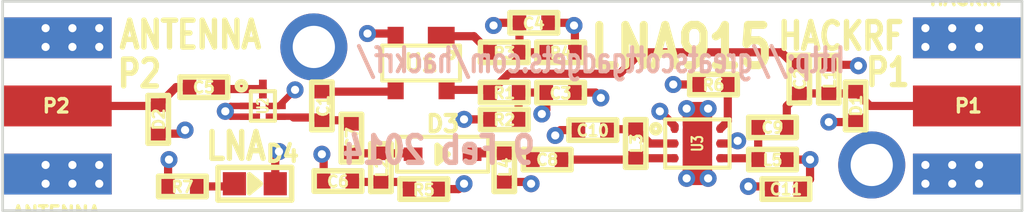
<source format=kicad_pcb>
(kicad_pcb (version 4) (host pcbnew "(2014-10-14 BZR 5188)-product")

  (general
    (links 97)
    (no_connects 6)
    (area 124.5976 94.742348 163.4024 105.255112)
    (thickness 1.6)
    (drawings 14)
    (tracks 144)
    (zones 0)
    (modules 34)
    (nets 18)
  )

  (page A4)
  (layers
    (0 C1F signal hide)
    (1 C2 power hide)
    (2 C3 power hide)
    (31 C4B signal hide)
    (32 B.Adhes user)
    (33 F.Adhes user)
    (34 B.Paste user)
    (35 F.Paste user hide)
    (36 B.SilkS user hide)
    (37 F.SilkS user)
    (38 B.Mask user)
    (39 F.Mask user)
    (41 Cmts.User user)
    (44 Edge.Cuts user)
  )

  (setup
    (last_trace_width 0.1524)
    (user_trace_width 0.2032)
    (user_trace_width 0.24)
    (user_trace_width 0.3048)
    (trace_clearance 0.1524)
    (zone_clearance 0.254)
    (zone_45_only no)
    (trace_min 0.1524)
    (segment_width 0.2)
    (edge_width 0.1)
    (via_size 0.635)
    (via_drill 0.3048)
    (via_min_size 0.4572)
    (via_min_drill 0.254)
    (uvia_size 0.508)
    (uvia_drill 0.127)
    (uvias_allowed no)
    (uvia_min_size 0.4572)
    (uvia_min_drill 0.127)
    (pcb_text_width 0.3)
    (pcb_text_size 1.5 1.5)
    (mod_edge_width 0.15)
    (mod_text_size 1 1)
    (mod_text_width 0.15)
    (pad_size 2.5 2.5)
    (pad_drill 1.5748)
    (pad_to_mask_clearance 0.0762)
    (pad_to_paste_clearance_ratio -0.12)
    (aux_axis_origin 0 0)
    (visible_elements FFFF7B3F)
    (pcbplotparams
      (layerselection 0x00030_80000001)
      (usegerberextensions true)
      (excludeedgelayer true)
      (linewidth 0.150000)
      (plotframeref false)
      (viasonmask false)
      (mode 1)
      (useauxorigin false)
      (hpglpennumber 1)
      (hpglpenspeed 20)
      (hpglpendiameter 15)
      (hpglpenoverlay 2)
      (psnegative false)
      (psa4output false)
      (plotreference false)
      (plotvalue false)
      (plotinvisibletext false)
      (padsonsilk false)
      (subtractmaskfromsilk false)
      (outputformat 1)
      (mirror false)
      (drillshape 0)
      (scaleselection 1)
      (outputdirectory gerbers))
  )

  (net 0 "")
  (net 1 GND)
  (net 2 N-0000010)
  (net 3 N-0000011)
  (net 4 N-0000012)
  (net 5 N-0000013)
  (net 6 N-0000014)
  (net 7 N-0000015)
  (net 8 N-0000016)
  (net 9 N-0000017)
  (net 10 N-000002)
  (net 11 N-000004)
  (net 12 N-000005)
  (net 13 N-000006)
  (net 14 N-000007)
  (net 15 N-000008)
  (net 16 N-000009)
  (net 17 VCC)

  (net_class Default "This is the default net class."
    (clearance 0.1524)
    (trace_width 0.1524)
    (via_dia 0.635)
    (via_drill 0.3048)
    (uvia_dia 0.508)
    (uvia_drill 0.127)
    (add_net GND)
    (add_net N-0000010)
    (add_net N-0000011)
    (add_net N-0000012)
    (add_net N-0000013)
    (add_net N-0000014)
    (add_net N-0000015)
    (add_net N-0000016)
    (add_net N-0000017)
    (add_net N-000002)
    (add_net N-000004)
    (add_net N-000005)
    (add_net N-000006)
    (add_net N-000007)
    (add_net N-000008)
    (add_net N-000009)
    (add_net VCC)
  )

  (module GSG-SOD323 (layer C1F) (tedit 54C675D9) (tstamp 52F6BFBE)
    (at 141.4 101.8)
    (path /52F440C5)
    (solder_mask_margin 0.1016)
    (fp_text reference D3 (at 0.01 -1.13) (layer F.SilkS)
      (effects (font (size 0.6096 0.6096) (thickness 0.1524)))
    )
    (fp_text value PIN (at 0 0) (layer F.SilkS) hide
      (effects (font (size 0.6096 0.6096) (thickness 0.1524)))
    )
    (fp_line (start -1.7 -0.65) (end 1.7 -0.65) (layer F.SilkS) (width 0.15))
    (fp_line (start 1.7 -0.65) (end 1.7 0.65) (layer F.SilkS) (width 0.15))
    (fp_line (start 1.7 0.65) (end -1.7 0.65) (layer F.SilkS) (width 0.15))
    (fp_line (start -1.7 0.65) (end -1.7 -0.65) (layer F.SilkS) (width 0.15))
    (fp_line (start -0.0508 0.0762) (end -0.0508 -0.0762) (layer F.SilkS) (width 0.2032))
    (fp_line (start 0.2032 0) (end -0.2032 -0.3302) (layer F.SilkS) (width 0.2032))
    (fp_line (start -0.2032 -0.3302) (end -0.2032 0.3302) (layer F.SilkS) (width 0.2032))
    (fp_line (start -0.2032 0.3302) (end 0.2032 0) (layer F.SilkS) (width 0.2032))
    (pad 2 smd rect (at 1.1 0) (size 0.7 0.5) (layers C1F F.Paste F.Mask)
      (net 10 N-000002) (die_length 0.04572) (solder_mask_margin 0.1016) (clearance 0.1778))
    (pad 1 smd rect (at -1.1 0) (size 0.7 0.5) (layers C1F F.Paste F.Mask)
      (net 13 N-000006) (die_length 0.08382) (solder_mask_margin 0.1016) (clearance 0.1778))
  )

  (module GSG-F5Q (layer C1F) (tedit 52F6AFAA) (tstamp 52F6BFDE)
    (at 134.7 100 270)
    (path /52F44412)
    (fp_text reference U2 (at 0 0 270) (layer F.SilkS)
      (effects (font (size 0.39878 0.29972) (thickness 0.07493)))
    )
    (fp_text value SAW (at 0 0 270) (layer F.SilkS) hide
      (effects (font (size 0.39878 0.29972) (thickness 0.0762)))
    )
    (fp_line (start -0.55 -0.45) (end 0.55 -0.45) (layer F.SilkS) (width 0.15))
    (fp_line (start 0.55 -0.45) (end 0.55 0.45) (layer F.SilkS) (width 0.15))
    (fp_line (start 0.55 0.45) (end -0.55 0.45) (layer F.SilkS) (width 0.15))
    (fp_line (start -0.55 0.45) (end -0.55 -0.45) (layer F.SilkS) (width 0.15))
    (fp_circle (center -0.74958 0.8) (end -0.69878 0.8) (layer F.SilkS) (width 0.2032))
    (pad 1 smd rect (at -0.63 0 270) (size 0.7 0.29) (layers C1F F.Paste F.Mask)
      (net 4 N-0000012) (die_length 3.40614))
    (pad 3 smd rect (at 0.4 0.48 270) (size 0.24 0.75) (layers C1F F.Paste F.Mask)
      (net 1 GND) (die_length -2147.483648))
    (pad 4 smd rect (at 0.4 -0.48 270) (size 0.24 0.75) (layers C1F F.Paste F.Mask)
      (net 2 N-0000010) (die_length -2147.483648))
    (pad 2 smd rect (at 0 0.48 270) (size 0.24 0.75) (layers C1F F.Paste F.Mask)
      (net 1 GND) (die_length 3.40614))
    (pad 5 smd rect (at 0 -0.48 270) (size 0.24 0.75) (layers C1F F.Paste F.Mask)
      (net 1 GND))
  )

  (module GSG-0603D (layer C1F) (tedit 54C67648) (tstamp 52F6BFEC)
    (at 134.4 102.9)
    (path /52F51772)
    (solder_mask_margin 0.1016)
    (fp_text reference D4 (at 1.03 -1.12) (layer F.SilkS)
      (effects (font (size 0.6096 0.6096) (thickness 0.1524)))
    )
    (fp_text value LNALED (at 0 0) (layer F.SilkS) hide
      (effects (font (size 0.6096 0.6096) (thickness 0.1524)))
    )
    (fp_line (start -0.0508 0.0762) (end -0.0508 -0.0762) (layer F.SilkS) (width 0.2032))
    (fp_line (start 0.2032 0) (end -0.2032 -0.3302) (layer F.SilkS) (width 0.2032))
    (fp_line (start -0.2032 -0.3302) (end -0.2032 0.3302) (layer F.SilkS) (width 0.2032))
    (fp_line (start -0.2032 0.3302) (end 0.2032 0) (layer F.SilkS) (width 0.2032))
    (fp_line (start 1.3716 -0.6096) (end -1.3716 -0.6096) (layer F.SilkS) (width 0.2032))
    (fp_line (start -1.3716 -0.6096) (end -1.3716 0.6096) (layer F.SilkS) (width 0.2032))
    (fp_line (start -1.3716 0.6096) (end 1.3716 0.6096) (layer F.SilkS) (width 0.2032))
    (fp_line (start 1.3716 0.6096) (end 1.3716 -0.6096) (layer F.SilkS) (width 0.2032))
    (pad 2 smd rect (at 0.762 0) (size 0.8636 0.8636) (layers C1F F.Paste F.Mask)
      (net 1 GND) (die_length 0.04572) (solder_mask_margin 0.1016) (clearance 0.1778))
    (pad 1 smd rect (at -0.762 0) (size 0.8636 0.8636) (layers C1F F.Paste F.Mask)
      (net 16 N-000009) (die_length 0.08382) (solder_mask_margin 0.1016) (clearance 0.1778))
  )

  (module GSG-0402 (layer C1F) (tedit 54C675C7) (tstamp 52F6BFF6)
    (at 137.5 102.8)
    (path /52F69BA3)
    (solder_mask_margin 0.1016)
    (fp_text reference C6 (at 0 0.02) (layer F.SilkS)
      (effects (font (size 0.4064 0.4064) (thickness 0.1016)))
    )
    (fp_text value 1nF (at 0 0.0508) (layer F.SilkS) hide
      (effects (font (size 0.4064 0.4064) (thickness 0.1016)))
    )
    (fp_line (start 0.889 -0.381) (end 0.889 0.381) (layer F.SilkS) (width 0.2032))
    (fp_line (start 0.889 0.381) (end -0.889 0.381) (layer F.SilkS) (width 0.2032))
    (fp_line (start -0.889 0.381) (end -0.889 -0.381) (layer F.SilkS) (width 0.2032))
    (fp_line (start -0.889 -0.381) (end 0.889 -0.381) (layer F.SilkS) (width 0.2032))
    (pad 2 smd rect (at 0.5334 0) (size 0.508 0.5588) (layers C1F F.Paste F.Mask)
      (net 3 N-0000011) (solder_mask_margin 0.1016))
    (pad 1 smd rect (at -0.5334 0) (size 0.508 0.5588) (layers C1F F.Paste F.Mask)
      (net 1 GND) (die_length -2147.483648) (solder_mask_margin 0.1016))
  )

  (module GSG-0402 (layer C1F) (tedit 54C675FC) (tstamp 52F6C000)
    (at 143.7 100.5)
    (path /52F6A598)
    (solder_mask_margin 0.1016)
    (fp_text reference R2 (at 0 0.02) (layer F.SilkS)
      (effects (font (size 0.4064 0.4064) (thickness 0.1016)))
    )
    (fp_text value 100k (at 0 0.0508) (layer F.SilkS) hide
      (effects (font (size 0.4064 0.4064) (thickness 0.1016)))
    )
    (fp_line (start 0.889 -0.381) (end 0.889 0.381) (layer F.SilkS) (width 0.2032))
    (fp_line (start 0.889 0.381) (end -0.889 0.381) (layer F.SilkS) (width 0.2032))
    (fp_line (start -0.889 0.381) (end -0.889 -0.381) (layer F.SilkS) (width 0.2032))
    (fp_line (start -0.889 -0.381) (end 0.889 -0.381) (layer F.SilkS) (width 0.2032))
    (pad 2 smd rect (at 0.5334 0) (size 0.508 0.5588) (layers C1F F.Paste F.Mask)
      (net 17 VCC) (solder_mask_margin 0.1016))
    (pad 1 smd rect (at -0.5334 0) (size 0.508 0.5588) (layers C1F F.Paste F.Mask)
      (net 1 GND) (die_length -2147.483648) (solder_mask_margin 0.1016))
  )

  (module GSG-0402 (layer C1F) (tedit 54C675DF) (tstamp 52F6C00A)
    (at 138 101.2 270)
    (path /52F69E98)
    (solder_mask_margin 0.1016)
    (fp_text reference C7 (at 0 -0.03 270) (layer F.SilkS)
      (effects (font (size 0.4064 0.4064) (thickness 0.1016)))
    )
    (fp_text value 100pF (at 0 0.0508 270) (layer F.SilkS) hide
      (effects (font (size 0.4064 0.4064) (thickness 0.1016)))
    )
    (fp_line (start 0.889 -0.381) (end 0.889 0.381) (layer F.SilkS) (width 0.2032))
    (fp_line (start 0.889 0.381) (end -0.889 0.381) (layer F.SilkS) (width 0.2032))
    (fp_line (start -0.889 0.381) (end -0.889 -0.381) (layer F.SilkS) (width 0.2032))
    (fp_line (start -0.889 -0.381) (end 0.889 -0.381) (layer F.SilkS) (width 0.2032))
    (pad 2 smd rect (at 0.5334 0 270) (size 0.508 0.5588) (layers C1F F.Paste F.Mask)
      (net 13 N-000006) (solder_mask_margin 0.1016))
    (pad 1 smd rect (at -0.5334 0 270) (size 0.508 0.5588) (layers C1F F.Paste F.Mask)
      (net 2 N-0000010) (die_length -2147.483648) (solder_mask_margin 0.1016))
  )

  (module GSG-0402 (layer C1F) (tedit 54C67604) (tstamp 52F6C014)
    (at 145.3 102)
    (path /52F69EB1)
    (solder_mask_margin 0.1016)
    (fp_text reference C8 (at 0 0.01) (layer F.SilkS)
      (effects (font (size 0.4064 0.4064) (thickness 0.1016)))
    )
    (fp_text value 100pF (at 0 0.0508) (layer F.SilkS) hide
      (effects (font (size 0.4064 0.4064) (thickness 0.1016)))
    )
    (fp_line (start 0.889 -0.381) (end 0.889 0.381) (layer F.SilkS) (width 0.2032))
    (fp_line (start 0.889 0.381) (end -0.889 0.381) (layer F.SilkS) (width 0.2032))
    (fp_line (start -0.889 0.381) (end -0.889 -0.381) (layer F.SilkS) (width 0.2032))
    (fp_line (start -0.889 -0.381) (end 0.889 -0.381) (layer F.SilkS) (width 0.2032))
    (pad 2 smd rect (at 0.5334 0) (size 0.508 0.5588) (layers C1F F.Paste F.Mask)
      (net 8 N-0000016) (solder_mask_margin 0.1016))
    (pad 1 smd rect (at -0.5334 0) (size 0.508 0.5588) (layers C1F F.Paste F.Mask)
      (net 10 N-000002) (die_length -2147.483648) (solder_mask_margin 0.1016))
  )

  (module GSG-0402 (layer C1F) (tedit 54C67616) (tstamp 52F6C01E)
    (at 153.7 100.8)
    (path /52F69EBA)
    (solder_mask_margin 0.1016)
    (fp_text reference C9 (at 0 0.01) (layer F.SilkS)
      (effects (font (size 0.4064 0.4064) (thickness 0.1016)))
    )
    (fp_text value 100pF (at 0 0.0508) (layer F.SilkS) hide
      (effects (font (size 0.4064 0.4064) (thickness 0.1016)))
    )
    (fp_line (start 0.889 -0.381) (end 0.889 0.381) (layer F.SilkS) (width 0.2032))
    (fp_line (start 0.889 0.381) (end -0.889 0.381) (layer F.SilkS) (width 0.2032))
    (fp_line (start -0.889 0.381) (end -0.889 -0.381) (layer F.SilkS) (width 0.2032))
    (fp_line (start -0.889 -0.381) (end 0.889 -0.381) (layer F.SilkS) (width 0.2032))
    (pad 2 smd rect (at 0.5334 0) (size 0.508 0.5588) (layers C1F F.Paste F.Mask)
      (net 6 N-0000014) (solder_mask_margin 0.1016))
    (pad 1 smd rect (at -0.5334 0) (size 0.508 0.5588) (layers C1F F.Paste F.Mask)
      (net 7 N-0000015) (die_length -2147.483648) (solder_mask_margin 0.1016))
  )

  (module GSG-0402 (layer C1F) (tedit 54C67628) (tstamp 52F6C028)
    (at 154.7 99 270)
    (path /52F69EC3)
    (solder_mask_margin 0.1016)
    (fp_text reference C2 (at 0 -0.02 270) (layer F.SilkS)
      (effects (font (size 0.4064 0.4064) (thickness 0.1016)))
    )
    (fp_text value 100pF (at 0 0.0508 270) (layer F.SilkS) hide
      (effects (font (size 0.4064 0.4064) (thickness 0.1016)))
    )
    (fp_line (start 0.889 -0.381) (end 0.889 0.381) (layer F.SilkS) (width 0.2032))
    (fp_line (start 0.889 0.381) (end -0.889 0.381) (layer F.SilkS) (width 0.2032))
    (fp_line (start -0.889 0.381) (end -0.889 -0.381) (layer F.SilkS) (width 0.2032))
    (fp_line (start -0.889 -0.381) (end 0.889 -0.381) (layer F.SilkS) (width 0.2032))
    (pad 2 smd rect (at 0.5334 0 270) (size 0.508 0.5588) (layers C1F F.Paste F.Mask)
      (net 6 N-0000014) (solder_mask_margin 0.1016))
    (pad 1 smd rect (at -0.5334 0 270) (size 0.508 0.5588) (layers C1F F.Paste F.Mask)
      (net 12 N-000005) (die_length -2147.483648) (solder_mask_margin 0.1016))
  )

  (module GSG-0402 (layer C1F) (tedit 4FB6CFE4) (tstamp 52F6C032)
    (at 136.9 100 90)
    (path /52F69ECC)
    (solder_mask_margin 0.1016)
    (fp_text reference C1 (at 0 0.0508 90) (layer F.SilkS)
      (effects (font (size 0.4064 0.4064) (thickness 0.1016)))
    )
    (fp_text value 100pF (at 0 0.0508 90) (layer F.SilkS) hide
      (effects (font (size 0.4064 0.4064) (thickness 0.1016)))
    )
    (fp_line (start 0.889 -0.381) (end 0.889 0.381) (layer F.SilkS) (width 0.2032))
    (fp_line (start 0.889 0.381) (end -0.889 0.381) (layer F.SilkS) (width 0.2032))
    (fp_line (start -0.889 0.381) (end -0.889 -0.381) (layer F.SilkS) (width 0.2032))
    (fp_line (start -0.889 -0.381) (end 0.889 -0.381) (layer F.SilkS) (width 0.2032))
    (pad 2 smd rect (at 0.5334 0 90) (size 0.508 0.5588) (layers C1F F.Paste F.Mask)
      (net 11 N-000004) (solder_mask_margin 0.1016))
    (pad 1 smd rect (at -0.5334 0 90) (size 0.508 0.5588) (layers C1F F.Paste F.Mask)
      (net 2 N-0000010) (die_length -2147.483648) (solder_mask_margin 0.1016))
  )

  (module GSG-0402 (layer C1F) (tedit 54C6761D) (tstamp 52F6C03C)
    (at 154.2 103.1)
    (path /52F69F2A)
    (solder_mask_margin 0.1016)
    (fp_text reference C11 (at 0 0.01) (layer F.SilkS)
      (effects (font (size 0.4064 0.4064) (thickness 0.1016)))
    )
    (fp_text value 1uF (at 0 0.0508) (layer F.SilkS) hide
      (effects (font (size 0.4064 0.4064) (thickness 0.1016)))
    )
    (fp_line (start 0.889 -0.381) (end 0.889 0.381) (layer F.SilkS) (width 0.2032))
    (fp_line (start 0.889 0.381) (end -0.889 0.381) (layer F.SilkS) (width 0.2032))
    (fp_line (start -0.889 0.381) (end -0.889 -0.381) (layer F.SilkS) (width 0.2032))
    (fp_line (start -0.889 -0.381) (end 0.889 -0.381) (layer F.SilkS) (width 0.2032))
    (pad 2 smd rect (at 0.5334 0) (size 0.508 0.5588) (layers C1F F.Paste F.Mask)
      (net 17 VCC) (solder_mask_margin 0.1016))
    (pad 1 smd rect (at -0.5334 0) (size 0.508 0.5588) (layers C1F F.Paste F.Mask)
      (net 1 GND) (die_length -2147.483648) (solder_mask_margin 0.1016))
  )

  (module GSG-0402 (layer C1F) (tedit 54C675B7) (tstamp 52F6C046)
    (at 130.8 100.5 90)
    (path /52F69FCE)
    (solder_mask_margin 0.1016)
    (fp_text reference D2 (at 0 0.02 90) (layer F.SilkS)
      (effects (font (size 0.4064 0.4064) (thickness 0.1016)))
    )
    (fp_text value GSG-DIODE-TVS-BI (at 0 0.0508 90) (layer F.SilkS) hide
      (effects (font (size 0.4064 0.4064) (thickness 0.1016)))
    )
    (fp_line (start 0.889 -0.381) (end 0.889 0.381) (layer F.SilkS) (width 0.2032))
    (fp_line (start 0.889 0.381) (end -0.889 0.381) (layer F.SilkS) (width 0.2032))
    (fp_line (start -0.889 0.381) (end -0.889 -0.381) (layer F.SilkS) (width 0.2032))
    (fp_line (start -0.889 -0.381) (end 0.889 -0.381) (layer F.SilkS) (width 0.2032))
    (pad 2 smd rect (at 0.5334 0 90) (size 0.508 0.5588) (layers C1F F.Paste F.Mask)
      (net 15 N-000008) (solder_mask_margin 0.1016))
    (pad 1 smd rect (at -0.5334 0 90) (size 0.508 0.5588) (layers C1F F.Paste F.Mask)
      (net 1 GND) (die_length -2147.483648) (solder_mask_margin 0.1016))
  )

  (module GSG-0402 (layer C1F) (tedit 54C675D0) (tstamp 52F6C050)
    (at 140.7 103.1 180)
    (path /52F6A21F)
    (solder_mask_margin 0.1016)
    (fp_text reference R5 (at 0 -0.03 180) (layer F.SilkS)
      (effects (font (size 0.4064 0.4064) (thickness 0.1016)))
    )
    (fp_text value 470 (at 0 0.0508 180) (layer F.SilkS) hide
      (effects (font (size 0.4064 0.4064) (thickness 0.1016)))
    )
    (fp_line (start 0.889 -0.381) (end 0.889 0.381) (layer F.SilkS) (width 0.2032))
    (fp_line (start 0.889 0.381) (end -0.889 0.381) (layer F.SilkS) (width 0.2032))
    (fp_line (start -0.889 0.381) (end -0.889 -0.381) (layer F.SilkS) (width 0.2032))
    (fp_line (start -0.889 -0.381) (end 0.889 -0.381) (layer F.SilkS) (width 0.2032))
    (pad 2 smd rect (at 0.5334 0 180) (size 0.508 0.5588) (layers C1F F.Paste F.Mask)
      (net 3 N-0000011) (solder_mask_margin 0.1016))
    (pad 1 smd rect (at -0.5334 0 180) (size 0.508 0.5588) (layers C1F F.Paste F.Mask)
      (net 17 VCC) (die_length -2147.483648) (solder_mask_margin 0.1016))
  )

  (module GSG-0402 (layer C1F) (tedit 54C675EE) (tstamp 52F6C05A)
    (at 144.8 96.9 180)
    (path /52F6A3F1)
    (solder_mask_margin 0.1016)
    (fp_text reference C4 (at 0 -0.03 180) (layer F.SilkS)
      (effects (font (size 0.4064 0.4064) (thickness 0.1016)))
    )
    (fp_text value 1nF (at 0 0.0508 180) (layer F.SilkS) hide
      (effects (font (size 0.4064 0.4064) (thickness 0.1016)))
    )
    (fp_line (start 0.889 -0.381) (end 0.889 0.381) (layer F.SilkS) (width 0.2032))
    (fp_line (start 0.889 0.381) (end -0.889 0.381) (layer F.SilkS) (width 0.2032))
    (fp_line (start -0.889 0.381) (end -0.889 -0.381) (layer F.SilkS) (width 0.2032))
    (fp_line (start -0.889 -0.381) (end 0.889 -0.381) (layer F.SilkS) (width 0.2032))
    (pad 2 smd rect (at 0.5334 0 180) (size 0.508 0.5588) (layers C1F F.Paste F.Mask)
      (net 17 VCC) (solder_mask_margin 0.1016))
    (pad 1 smd rect (at -0.5334 0 180) (size 0.508 0.5588) (layers C1F F.Paste F.Mask)
      (net 1 GND) (die_length -2147.483648) (solder_mask_margin 0.1016))
  )

  (module GSG-0402 (layer C1F) (tedit 54C675F8) (tstamp 52F6D546)
    (at 145.8 99.5 180)
    (path /52F6A40A)
    (solder_mask_margin 0.1016)
    (fp_text reference C3 (at 0 -0.03 180) (layer F.SilkS)
      (effects (font (size 0.4064 0.4064) (thickness 0.1016)))
    )
    (fp_text value 1nF (at 0 0.0508 180) (layer F.SilkS) hide
      (effects (font (size 0.4064 0.4064) (thickness 0.1016)))
    )
    (fp_line (start 0.889 -0.381) (end 0.889 0.381) (layer F.SilkS) (width 0.2032))
    (fp_line (start 0.889 0.381) (end -0.889 0.381) (layer F.SilkS) (width 0.2032))
    (fp_line (start -0.889 0.381) (end -0.889 -0.381) (layer F.SilkS) (width 0.2032))
    (fp_line (start -0.889 -0.381) (end 0.889 -0.381) (layer F.SilkS) (width 0.2032))
    (pad 2 smd rect (at 0.5334 0 180) (size 0.508 0.5588) (layers C1F F.Paste F.Mask)
      (net 17 VCC) (solder_mask_margin 0.1016))
    (pad 1 smd rect (at -0.5334 0 180) (size 0.508 0.5588) (layers C1F F.Paste F.Mask)
      (net 1 GND) (die_length -2147.483648) (solder_mask_margin 0.1016))
  )

  (module GSG-0402 (layer C1F) (tedit 54C675CB) (tstamp 52F6C06E)
    (at 139.1 102.3 270)
    (path /52F69884)
    (solder_mask_margin 0.1016)
    (fp_text reference L2 (at 0 -0.03 270) (layer F.SilkS)
      (effects (font (size 0.4064 0.4064) (thickness 0.1016)))
    )
    (fp_text value 39nH (at 0 0.0508 270) (layer F.SilkS) hide
      (effects (font (size 0.4064 0.4064) (thickness 0.1016)))
    )
    (fp_line (start 0.889 -0.381) (end 0.889 0.381) (layer F.SilkS) (width 0.2032))
    (fp_line (start 0.889 0.381) (end -0.889 0.381) (layer F.SilkS) (width 0.2032))
    (fp_line (start -0.889 0.381) (end -0.889 -0.381) (layer F.SilkS) (width 0.2032))
    (fp_line (start -0.889 -0.381) (end 0.889 -0.381) (layer F.SilkS) (width 0.2032))
    (pad 2 smd rect (at 0.5334 0 270) (size 0.508 0.5588) (layers C1F F.Paste F.Mask)
      (net 3 N-0000011) (solder_mask_margin 0.1016))
    (pad 1 smd rect (at -0.5334 0 270) (size 0.508 0.5588) (layers C1F F.Paste F.Mask)
      (net 13 N-000006) (die_length -2147.483648) (solder_mask_margin 0.1016))
  )

  (module GSG-0402 (layer C1F) (tedit 54C67601) (tstamp 52F6C078)
    (at 143.7 102.3 90)
    (path /52F6975B)
    (solder_mask_margin 0.1016)
    (fp_text reference L4 (at 0.01 0.03 90) (layer F.SilkS)
      (effects (font (size 0.4064 0.4064) (thickness 0.1016)))
    )
    (fp_text value 39nH (at 0 0.0508 90) (layer F.SilkS) hide
      (effects (font (size 0.4064 0.4064) (thickness 0.1016)))
    )
    (fp_line (start 0.889 -0.381) (end 0.889 0.381) (layer F.SilkS) (width 0.2032))
    (fp_line (start 0.889 0.381) (end -0.889 0.381) (layer F.SilkS) (width 0.2032))
    (fp_line (start -0.889 0.381) (end -0.889 -0.381) (layer F.SilkS) (width 0.2032))
    (fp_line (start -0.889 -0.381) (end 0.889 -0.381) (layer F.SilkS) (width 0.2032))
    (pad 2 smd rect (at 0.5334 0 90) (size 0.508 0.5588) (layers C1F F.Paste F.Mask)
      (net 10 N-000002) (solder_mask_margin 0.1016))
    (pad 1 smd rect (at -0.5334 0 90) (size 0.508 0.5588) (layers C1F F.Paste F.Mask)
      (net 1 GND) (die_length -2147.483648) (solder_mask_margin 0.1016))
  )

  (module GSG-0402 (layer C1F) (tedit 54C675E9) (tstamp 52F6D5E2)
    (at 145.8 98 180)
    (path /52F69223)
    (solder_mask_margin 0.1016)
    (fp_text reference R4 (at 0 -0.03 180) (layer F.SilkS)
      (effects (font (size 0.4064 0.4064) (thickness 0.1016)))
    )
    (fp_text value 100k (at 0 0.0508 180) (layer F.SilkS) hide
      (effects (font (size 0.4064 0.4064) (thickness 0.1016)))
    )
    (fp_line (start 0.889 -0.381) (end 0.889 0.381) (layer F.SilkS) (width 0.2032))
    (fp_line (start 0.889 0.381) (end -0.889 0.381) (layer F.SilkS) (width 0.2032))
    (fp_line (start -0.889 0.381) (end -0.889 -0.381) (layer F.SilkS) (width 0.2032))
    (fp_line (start -0.889 -0.381) (end 0.889 -0.381) (layer F.SilkS) (width 0.2032))
    (pad 2 smd rect (at 0.5334 0 180) (size 0.508 0.5588) (layers C1F F.Paste F.Mask)
      (net 17 VCC) (solder_mask_margin 0.1016))
    (pad 1 smd rect (at -0.5334 0 180) (size 0.508 0.5588) (layers C1F F.Paste F.Mask)
      (net 1 GND) (die_length -2147.483648) (solder_mask_margin 0.1016))
  )

  (module GSG-0402 (layer C1F) (tedit 54C675E5) (tstamp 52F6C08C)
    (at 143.7 98 180)
    (path /52F6921D)
    (solder_mask_margin 0.1016)
    (fp_text reference R3 (at 0 -0.03 180) (layer F.SilkS)
      (effects (font (size 0.4064 0.4064) (thickness 0.1016)))
    )
    (fp_text value 4k7 (at 0 0.0508 180) (layer F.SilkS) hide
      (effects (font (size 0.4064 0.4064) (thickness 0.1016)))
    )
    (fp_line (start 0.889 -0.381) (end 0.889 0.381) (layer F.SilkS) (width 0.2032))
    (fp_line (start 0.889 0.381) (end -0.889 0.381) (layer F.SilkS) (width 0.2032))
    (fp_line (start -0.889 0.381) (end -0.889 -0.381) (layer F.SilkS) (width 0.2032))
    (fp_line (start -0.889 -0.381) (end 0.889 -0.381) (layer F.SilkS) (width 0.2032))
    (pad 2 smd rect (at 0.5334 0 180) (size 0.508 0.5588) (layers C1F F.Paste F.Mask)
      (net 14 N-000007) (solder_mask_margin 0.1016))
    (pad 1 smd rect (at -0.5334 0 180) (size 0.508 0.5588) (layers C1F F.Paste F.Mask)
      (net 17 VCC) (die_length -2147.483648) (solder_mask_margin 0.1016))
  )

  (module GSG-0402 (layer C1F) (tedit 54C675F4) (tstamp 52F6C096)
    (at 143.7 99.5 180)
    (path /52F6905B)
    (solder_mask_margin 0.1016)
    (fp_text reference R1 (at 0 -0.02 180) (layer F.SilkS)
      (effects (font (size 0.4064 0.4064) (thickness 0.1016)))
    )
    (fp_text value 47k (at 0 0.0508 180) (layer F.SilkS) hide
      (effects (font (size 0.4064 0.4064) (thickness 0.1016)))
    )
    (fp_line (start 0.889 -0.381) (end 0.889 0.381) (layer F.SilkS) (width 0.2032))
    (fp_line (start 0.889 0.381) (end -0.889 0.381) (layer F.SilkS) (width 0.2032))
    (fp_line (start -0.889 0.381) (end -0.889 -0.381) (layer F.SilkS) (width 0.2032))
    (fp_line (start -0.889 -0.381) (end 0.889 -0.381) (layer F.SilkS) (width 0.2032))
    (pad 2 smd rect (at 0.5334 0 180) (size 0.508 0.5588) (layers C1F F.Paste F.Mask)
      (net 12 N-000005) (solder_mask_margin 0.1016))
    (pad 1 smd rect (at -0.5334 0 180) (size 0.508 0.5588) (layers C1F F.Paste F.Mask)
      (net 17 VCC) (die_length -2147.483648) (solder_mask_margin 0.1016))
  )

  (module GSG-0402 (layer C1F) (tedit 54C675C3) (tstamp 52F6C0A0)
    (at 131.7 103)
    (path /52F68CBB)
    (solder_mask_margin 0.1016)
    (fp_text reference R7 (at 0 0.02) (layer F.SilkS)
      (effects (font (size 0.4064 0.4064) (thickness 0.1016)))
    )
    (fp_text value 470 (at 0 0.0508) (layer F.SilkS) hide
      (effects (font (size 0.4064 0.4064) (thickness 0.1016)))
    )
    (fp_line (start 0.889 -0.381) (end 0.889 0.381) (layer F.SilkS) (width 0.2032))
    (fp_line (start 0.889 0.381) (end -0.889 0.381) (layer F.SilkS) (width 0.2032))
    (fp_line (start -0.889 0.381) (end -0.889 -0.381) (layer F.SilkS) (width 0.2032))
    (fp_line (start -0.889 -0.381) (end 0.889 -0.381) (layer F.SilkS) (width 0.2032))
    (pad 2 smd rect (at 0.5334 0) (size 0.508 0.5588) (layers C1F F.Paste F.Mask)
      (net 16 N-000009) (solder_mask_margin 0.1016))
    (pad 1 smd rect (at -0.5334 0) (size 0.508 0.5588) (layers C1F F.Paste F.Mask)
      (net 17 VCC) (die_length -2147.483648) (solder_mask_margin 0.1016))
  )

  (module GSG-0402 (layer C1F) (tedit 54C67625) (tstamp 52F6C0AA)
    (at 155.8 99 90)
    (path /52F68C64)
    (solder_mask_margin 0.1016)
    (fp_text reference L1 (at 0 0.03 90) (layer F.SilkS)
      (effects (font (size 0.4064 0.4064) (thickness 0.1016)))
    )
    (fp_text value 39nH (at 0 0.0508 90) (layer F.SilkS) hide
      (effects (font (size 0.4064 0.4064) (thickness 0.1016)))
    )
    (fp_line (start 0.889 -0.381) (end 0.889 0.381) (layer F.SilkS) (width 0.2032))
    (fp_line (start 0.889 0.381) (end -0.889 0.381) (layer F.SilkS) (width 0.2032))
    (fp_line (start -0.889 0.381) (end -0.889 -0.381) (layer F.SilkS) (width 0.2032))
    (fp_line (start -0.889 -0.381) (end 0.889 -0.381) (layer F.SilkS) (width 0.2032))
    (pad 2 smd rect (at 0.5334 0 90) (size 0.508 0.5588) (layers C1F F.Paste F.Mask)
      (net 17 VCC) (solder_mask_margin 0.1016))
    (pad 1 smd rect (at -0.5334 0 90) (size 0.508 0.5588) (layers C1F F.Paste F.Mask)
      (net 6 N-0000014) (die_length -2147.483648) (solder_mask_margin 0.1016))
  )

  (module GSG-0402 (layer C1F) (tedit 54C6760B) (tstamp 52F6C0B4)
    (at 148.6 101.4 90)
    (path /52F68C24)
    (solder_mask_margin 0.1016)
    (fp_text reference L3 (at 0 0.03 90) (layer F.SilkS)
      (effects (font (size 0.4064 0.4064) (thickness 0.1016)))
    )
    (fp_text value 39nH (at 0 0.0508 90) (layer F.SilkS) hide
      (effects (font (size 0.4064 0.4064) (thickness 0.1016)))
    )
    (fp_line (start 0.889 -0.381) (end 0.889 0.381) (layer F.SilkS) (width 0.2032))
    (fp_line (start 0.889 0.381) (end -0.889 0.381) (layer F.SilkS) (width 0.2032))
    (fp_line (start -0.889 0.381) (end -0.889 -0.381) (layer F.SilkS) (width 0.2032))
    (fp_line (start -0.889 -0.381) (end 0.889 -0.381) (layer F.SilkS) (width 0.2032))
    (pad 2 smd rect (at 0.5334 0 90) (size 0.508 0.5588) (layers C1F F.Paste F.Mask)
      (net 9 N-0000017) (solder_mask_margin 0.1016))
    (pad 1 smd rect (at -0.5334 0 90) (size 0.508 0.5588) (layers C1F F.Paste F.Mask)
      (net 8 N-0000016) (die_length -2147.483648) (solder_mask_margin 0.1016))
  )

  (module GSG-0402 (layer C1F) (tedit 54C67608) (tstamp 52F6C0BE)
    (at 147 100.9)
    (path /52F68A00)
    (solder_mask_margin 0.1016)
    (fp_text reference C10 (at 0 0.02) (layer F.SilkS)
      (effects (font (size 0.4064 0.4064) (thickness 0.1016)))
    )
    (fp_text value 1uF (at 0 0.0508) (layer F.SilkS) hide
      (effects (font (size 0.4064 0.4064) (thickness 0.1016)))
    )
    (fp_line (start 0.889 -0.381) (end 0.889 0.381) (layer F.SilkS) (width 0.2032))
    (fp_line (start 0.889 0.381) (end -0.889 0.381) (layer F.SilkS) (width 0.2032))
    (fp_line (start -0.889 0.381) (end -0.889 -0.381) (layer F.SilkS) (width 0.2032))
    (fp_line (start -0.889 -0.381) (end 0.889 -0.381) (layer F.SilkS) (width 0.2032))
    (pad 2 smd rect (at 0.5334 0) (size 0.508 0.5588) (layers C1F F.Paste F.Mask)
      (net 9 N-0000017) (solder_mask_margin 0.1016))
    (pad 1 smd rect (at -0.5334 0) (size 0.508 0.5588) (layers C1F F.Paste F.Mask)
      (net 1 GND) (die_length -2147.483648) (solder_mask_margin 0.1016))
  )

  (module GSG-0402 (layer C1F) (tedit 54C67619) (tstamp 52F6C0C8)
    (at 153.7 102 180)
    (path /52F688CD)
    (solder_mask_margin 0.1016)
    (fp_text reference L5 (at 0 -0.02 180) (layer F.SilkS)
      (effects (font (size 0.4064 0.4064) (thickness 0.1016)))
    )
    (fp_text value 39nH (at 0 0.0508 180) (layer F.SilkS) hide
      (effects (font (size 0.4064 0.4064) (thickness 0.1016)))
    )
    (fp_line (start 0.889 -0.381) (end 0.889 0.381) (layer F.SilkS) (width 0.2032))
    (fp_line (start 0.889 0.381) (end -0.889 0.381) (layer F.SilkS) (width 0.2032))
    (fp_line (start -0.889 0.381) (end -0.889 -0.381) (layer F.SilkS) (width 0.2032))
    (fp_line (start -0.889 -0.381) (end 0.889 -0.381) (layer F.SilkS) (width 0.2032))
    (pad 2 smd rect (at 0.5334 0 180) (size 0.508 0.5588) (layers C1F F.Paste F.Mask)
      (net 7 N-0000015) (solder_mask_margin 0.1016))
    (pad 1 smd rect (at -0.5334 0 180) (size 0.508 0.5588) (layers C1F F.Paste F.Mask)
      (net 17 VCC) (die_length -2147.483648) (solder_mask_margin 0.1016))
  )

  (module GSG-0402 (layer C1F) (tedit 54C67612) (tstamp 52F6C0D2)
    (at 151.5 99.2)
    (path /52F68800)
    (solder_mask_margin 0.1016)
    (fp_text reference R6 (at 0 0.02) (layer F.SilkS)
      (effects (font (size 0.4064 0.4064) (thickness 0.1016)))
    )
    (fp_text value 3k (at 0 0.0508) (layer F.SilkS) hide
      (effects (font (size 0.4064 0.4064) (thickness 0.1016)))
    )
    (fp_line (start 0.889 -0.381) (end 0.889 0.381) (layer F.SilkS) (width 0.2032))
    (fp_line (start 0.889 0.381) (end -0.889 0.381) (layer F.SilkS) (width 0.2032))
    (fp_line (start -0.889 0.381) (end -0.889 -0.381) (layer F.SilkS) (width 0.2032))
    (fp_line (start -0.889 -0.381) (end 0.889 -0.381) (layer F.SilkS) (width 0.2032))
    (pad 2 smd rect (at 0.5334 0) (size 0.508 0.5588) (layers C1F F.Paste F.Mask)
      (net 5 N-0000013) (solder_mask_margin 0.1016))
    (pad 1 smd rect (at -0.5334 0) (size 0.508 0.5588) (layers C1F F.Paste F.Mask)
      (net 17 VCC) (die_length -2147.483648) (solder_mask_margin 0.1016))
  )

  (module GSG-0402 (layer C1F) (tedit 54C675BC) (tstamp 52F6C0DC)
    (at 132.5 99.3)
    (path /52F44170)
    (solder_mask_margin 0.1016)
    (fp_text reference C5 (at 0 0.01) (layer F.SilkS)
      (effects (font (size 0.4064 0.4064) (thickness 0.1016)))
    )
    (fp_text value 100pF (at 0 0.0508) (layer F.SilkS) hide
      (effects (font (size 0.4064 0.4064) (thickness 0.1016)))
    )
    (fp_line (start 0.889 -0.381) (end 0.889 0.381) (layer F.SilkS) (width 0.2032))
    (fp_line (start 0.889 0.381) (end -0.889 0.381) (layer F.SilkS) (width 0.2032))
    (fp_line (start -0.889 0.381) (end -0.889 -0.381) (layer F.SilkS) (width 0.2032))
    (fp_line (start -0.889 -0.381) (end 0.889 -0.381) (layer F.SilkS) (width 0.2032))
    (pad 2 smd rect (at 0.5334 0) (size 0.508 0.5588) (layers C1F F.Paste F.Mask)
      (net 4 N-0000012) (solder_mask_margin 0.1016))
    (pad 1 smd rect (at -0.5334 0) (size 0.508 0.5588) (layers C1F F.Paste F.Mask)
      (net 15 N-000008) (die_length -2147.483648) (solder_mask_margin 0.1016))
  )

  (module GSG-0402 (layer C1F) (tedit 54C67621) (tstamp 52F6C0E6)
    (at 156.8 100 90)
    (path /52F44107)
    (solder_mask_margin 0.1016)
    (fp_text reference D1 (at 0.01 0.02 90) (layer F.SilkS)
      (effects (font (size 0.4064 0.4064) (thickness 0.1016)))
    )
    (fp_text value GSG-DIODE-TVS-BI (at 0 0.0508 90) (layer F.SilkS) hide
      (effects (font (size 0.4064 0.4064) (thickness 0.1016)))
    )
    (fp_line (start 0.889 -0.381) (end 0.889 0.381) (layer F.SilkS) (width 0.2032))
    (fp_line (start 0.889 0.381) (end -0.889 0.381) (layer F.SilkS) (width 0.2032))
    (fp_line (start -0.889 0.381) (end -0.889 -0.381) (layer F.SilkS) (width 0.2032))
    (fp_line (start -0.889 -0.381) (end 0.889 -0.381) (layer F.SilkS) (width 0.2032))
    (pad 2 smd rect (at 0.5334 0 90) (size 0.508 0.5588) (layers C1F F.Paste F.Mask)
      (net 6 N-0000014) (solder_mask_margin 0.1016))
    (pad 1 smd rect (at -0.5334 0 90) (size 0.508 0.5588) (layers C1F F.Paste F.Mask)
      (net 1 GND) (die_length -2147.483648) (solder_mask_margin 0.1016))
  )

  (module GSG-SOT143 (layer C1F) (tedit 52F6BF63) (tstamp 52F6BF98)
    (at 140.6 98.4 180)
    (path /52F68FC4)
    (solder_mask_margin 0.1016)
    (fp_text reference U1 (at 0 0 180) (layer F.SilkS)
      (effects (font (size 0.6096 0.6096) (thickness 0.1524)))
    )
    (fp_text value SWITCH (at 0 0 180) (layer F.SilkS) hide
      (effects (font (size 0.6096 0.6096) (thickness 0.1524)))
    )
    (fp_circle (center -1.1 0.3) (end -1.15 0.3) (layer F.SilkS) (width 0.15))
    (fp_line (start -1.45 -0.65) (end 1.45 -0.65) (layer F.SilkS) (width 0.15))
    (fp_line (start 1.45 -0.65) (end 1.45 0.65) (layer F.SilkS) (width 0.15))
    (fp_line (start 1.45 0.65) (end -1.45 0.65) (layer F.SilkS) (width 0.15))
    (fp_line (start -1.45 0.65) (end -1.45 -0.65) (layer F.SilkS) (width 0.15))
    (pad 2 smd rect (at 0.95 1 180) (size 0.6 0.7) (layers C1F F.Paste F.Mask)
      (net 1 GND) (die_length 0.04572) (solder_mask_margin 0.1016) (clearance 0.1778))
    (pad 1 smd rect (at -0.75 1 180) (size 1 0.7) (layers C1F F.Paste F.Mask)
      (net 14 N-000007) (die_length 0.08382) (solder_mask_margin 0.1016) (clearance 0.1778))
    (pad 3 smd rect (at 0.95 -1 180) (size 0.6 0.7) (layers C1F F.Paste F.Mask)
      (net 11 N-000004))
    (pad 4 smd rect (at -0.95 -1 180) (size 0.6 0.7) (layers C1F F.Paste F.Mask)
      (net 12 N-000005))
  )

  (module GSG-TSLP-7-1 (layer C1F) (tedit 52F6B3C4) (tstamp 52F6BFB0)
    (at 150.9 101.4 270)
    (path /52F68792)
    (fp_text reference U3 (at 0 0 270) (layer F.SilkS)
      (effects (font (size 0.39878 0.29972) (thickness 0.07493)))
    )
    (fp_text value LNA (at 0 0 270) (layer F.SilkS) hide
      (effects (font (size 0.39878 0.29972) (thickness 0.0762)))
    )
    (fp_line (start -0.9 -1.2) (end 0.9 -1.2) (layer F.SilkS) (width 0.15))
    (fp_line (start 0.9 -1.2) (end 0.9 1.2) (layer F.SilkS) (width 0.15))
    (fp_line (start 0.9 1.2) (end -0.9 1.2) (layer F.SilkS) (width 0.15))
    (fp_line (start -0.9 1.2) (end -0.9 -1.2) (layer F.SilkS) (width 0.15))
    (fp_circle (center -0.54958 1.55) (end -0.49878 1.55) (layer F.SilkS) (width 0.2032))
    (pad 1 smd rect (at -0.55 0.85 270) (size 0.3 0.2) (layers C1F F.Paste F.Mask)
      (net 17 VCC) (die_length 3.40614))
    (pad 2 smd rect (at 0 0.85 270) (size 0.3 0.2) (layers C1F F.Paste F.Mask)
      (net 9 N-0000017))
    (pad 3 smd rect (at 0.55 0.85 270) (size 0.3 0.2) (layers C1F F.Paste F.Mask)
      (net 8 N-0000016))
    (pad 4 smd rect (at 0.55 -0.85 270) (size 0.3 0.2) (layers C1F F.Paste F.Mask)
      (net 7 N-0000015))
    (pad 5 smd rect (at 0 -0.85 270) (size 0.3 0.2) (layers C1F F.Paste F.Mask)
      (net 17 VCC))
    (pad 6 smd rect (at -0.55 -0.85 270) (size 0.3 0.2) (layers C1F F.Paste F.Mask)
      (net 5 N-0000013))
    (pad 7 smd rect (at -0.55 0 270) (size 0.3 0.2) (layers C1F F.Paste F.Mask)
      (net 1 GND))
    (pad 7 smd rect (at 0 0 270) (size 0.3 0.2) (layers C1F F.Paste F.Mask)
      (net 1 GND))
    (pad 7 smd rect (at 0.55 0 270) (size 0.3 0.2) (layers C1F F.Paste F.Mask)
      (net 1 GND))
    (pad 7 smd rect (at -0.55 -0.425 270) (size 0.3 0.2) (layers C1F F.Paste F.Mask)
      (net 1 GND))
    (pad 7 smd rect (at 0 -0.425 270) (size 0.3 0.2) (layers C1F F.Paste F.Mask)
      (net 1 GND))
    (pad 7 smd rect (at 0.55 -0.425 270) (size 0.3 0.2) (layers C1F F.Paste F.Mask)
      (net 1 GND))
    (pad 7 smd rect (at 0.55 0.425 270) (size 0.3 0.2) (layers C1F F.Paste F.Mask)
      (net 1 GND))
    (pad 7 smd rect (at 0 0.425 270) (size 0.3 0.2) (layers C1F F.Paste F.Mask)
      (net 1 GND))
    (pad 7 smd rect (at -0.55 0.425 270) (size 0.3 0.2) (layers C1F F.Paste F.Mask)
      (net 1 GND))
  )

  (module GSG-SMA-EDGE (layer C1F) (tedit 52F6E1D6) (tstamp 52F6BFD0)
    (at 125 100)
    (path /52F6A116)
    (fp_text reference P2 (at 1.99898 0) (layer F.SilkS)
      (effects (font (size 0.50038 0.50038) (thickness 0.12446)))
    )
    (fp_text value ANTENNA (at 1.99898 4.0005) (layer F.SilkS)
      (effects (font (size 0.50038 0.50038) (thickness 0.12446)))
    )
    (pad 1 smd rect (at 2.032 0) (size 4.064 1.524) (layers C1F F.Mask)
      (net 15 N-000008) (die_length -2147.483648))
    (pad 2 smd rect (at 2.032 -2.54) (size 4.064 1.524) (layers C1F F.Mask)
      (net 1 GND))
    (pad 2 smd rect (at 2.032 2.54) (size 4.064 1.524) (layers C4B B.Mask)
      (net 1 GND) (die_length 509.13792))
    (pad 2 smd rect (at 2.032 -2.54) (size 4.064 1.524) (layers C4B B.Mask)
      (net 1 GND))
    (pad 2 smd rect (at 2.032 2.54) (size 4.064 1.524) (layers C1F F.Mask)
      (net 1 GND) (die_length 483.12832))
    (pad 2 thru_hole circle (at 3.6 -2.2) (size 0.762 0.762) (drill 0.3048) (layers *.Cu *.Mask)
      (net 1 GND))
    (pad 2 thru_hole circle (at 3.6 -2.9) (size 0.762 0.762) (drill 0.3048) (layers *.Cu *.Mask)
      (net 1 GND))
    (pad 2 thru_hole circle (at 2.6 -2.2) (size 0.762 0.762) (drill 0.3048) (layers *.Cu *.Mask)
      (net 1 GND))
    (pad 2 thru_hole circle (at 1.6 -2.2) (size 0.762 0.762) (drill 0.3048) (layers *.Cu *.Mask)
      (net 1 GND))
    (pad 2 thru_hole circle (at 1.6 -2.9) (size 0.762 0.762) (drill 0.3048) (layers *.Cu *.Mask)
      (net 1 GND))
    (pad 2 thru_hole circle (at 2.6 -2.9) (size 0.762 0.762) (drill 0.3048) (layers *.Cu *.Mask)
      (net 1 GND))
    (pad 2 thru_hole circle (at 3.6 2.2) (size 0.762 0.762) (drill 0.3048) (layers *.Cu *.Mask)
      (net 1 GND))
    (pad 2 thru_hole circle (at 2.6 2.2) (size 0.762 0.762) (drill 0.3048) (layers *.Cu *.Mask)
      (net 1 GND))
    (pad 2 thru_hole circle (at 1.6 2.2) (size 0.762 0.762) (drill 0.3048) (layers *.Cu *.Mask)
      (net 1 GND))
    (pad 2 thru_hole circle (at 1.6 2.9) (size 0.762 0.762) (drill 0.3048) (layers *.Cu *.Mask)
      (net 1 GND))
    (pad 2 thru_hole circle (at 2.6 2.9) (size 0.762 0.762) (drill 0.3048) (layers *.Cu *.Mask)
      (net 1 GND))
    (pad 2 thru_hole circle (at 3.6 2.9) (size 0.762 0.762) (drill 0.3048) (layers *.Cu *.Mask)
      (net 1 GND))
  )

  (module GSG-SMA-EDGE (layer C1F) (tedit 52F6E1D6) (tstamp 52F6BFC7)
    (at 163 100 180)
    (path /52F440F7)
    (fp_text reference P1 (at 1.99898 0 180) (layer F.SilkS)
      (effects (font (size 0.50038 0.50038) (thickness 0.12446)))
    )
    (fp_text value HACKRF (at 1.99898 4.0005 180) (layer F.SilkS)
      (effects (font (size 0.50038 0.50038) (thickness 0.12446)))
    )
    (pad 1 smd rect (at 2.032 0 180) (size 4.064 1.524) (layers C1F F.Mask)
      (net 6 N-0000014) (die_length -2147.483648))
    (pad 2 smd rect (at 2.032 -2.54 180) (size 4.064 1.524) (layers C1F F.Mask)
      (net 1 GND))
    (pad 2 smd rect (at 2.032 2.54 180) (size 4.064 1.524) (layers C4B B.Mask)
      (net 1 GND) (die_length 509.13792))
    (pad 2 smd rect (at 2.032 -2.54 180) (size 4.064 1.524) (layers C4B B.Mask)
      (net 1 GND))
    (pad 2 smd rect (at 2.032 2.54 180) (size 4.064 1.524) (layers C1F F.Mask)
      (net 1 GND) (die_length 483.12832))
    (pad 2 thru_hole circle (at 3.6 -2.2 180) (size 0.762 0.762) (drill 0.3048) (layers *.Cu *.Mask)
      (net 1 GND))
    (pad 2 thru_hole circle (at 3.6 -2.9 180) (size 0.762 0.762) (drill 0.3048) (layers *.Cu *.Mask)
      (net 1 GND))
    (pad 2 thru_hole circle (at 2.6 -2.2 180) (size 0.762 0.762) (drill 0.3048) (layers *.Cu *.Mask)
      (net 1 GND))
    (pad 2 thru_hole circle (at 1.6 -2.2 180) (size 0.762 0.762) (drill 0.3048) (layers *.Cu *.Mask)
      (net 1 GND))
    (pad 2 thru_hole circle (at 1.6 -2.9 180) (size 0.762 0.762) (drill 0.3048) (layers *.Cu *.Mask)
      (net 1 GND))
    (pad 2 thru_hole circle (at 2.6 -2.9 180) (size 0.762 0.762) (drill 0.3048) (layers *.Cu *.Mask)
      (net 1 GND))
    (pad 2 thru_hole circle (at 3.6 2.2 180) (size 0.762 0.762) (drill 0.3048) (layers *.Cu *.Mask)
      (net 1 GND))
    (pad 2 thru_hole circle (at 2.6 2.2 180) (size 0.762 0.762) (drill 0.3048) (layers *.Cu *.Mask)
      (net 1 GND))
    (pad 2 thru_hole circle (at 1.6 2.2 180) (size 0.762 0.762) (drill 0.3048) (layers *.Cu *.Mask)
      (net 1 GND))
    (pad 2 thru_hole circle (at 1.6 2.9 180) (size 0.762 0.762) (drill 0.3048) (layers *.Cu *.Mask)
      (net 1 GND))
    (pad 2 thru_hole circle (at 2.6 2.9 180) (size 0.762 0.762) (drill 0.3048) (layers *.Cu *.Mask)
      (net 1 GND))
    (pad 2 thru_hole circle (at 3.6 2.9 180) (size 0.762 0.762) (drill 0.3048) (layers *.Cu *.Mask)
      (net 1 GND))
  )

  (module GSG-HOLE-62MIL-COPPER (layer C1F) (tedit 52F7A830) (tstamp 52F8EF18)
    (at 136.6 97.8)
    (path /52F7A9E7)
    (fp_text reference P4 (at 0 2.10058) (layer F.SilkS) hide
      (effects (font (size 1.00076 1.00076) (thickness 0.2032)))
    )
    (fp_text value CONN_1 (at 0 -1.89992) (layer F.SilkS) hide
      (effects (font (size 1.00076 1.00076) (thickness 0.2032)))
    )
    (pad 1 thru_hole circle (at 0 0) (size 2.5 2.5) (drill 1.5748) (layers *.Cu *.Mask)
      (net 1 GND))
  )

  (module GSG-HOLE-62MIL-COPPER (layer C1F) (tedit 52F7A830) (tstamp 52F8EF13)
    (at 157.4 102.2)
    (path /52F7A9D0)
    (fp_text reference P3 (at 0 2.10058) (layer F.SilkS) hide
      (effects (font (size 1.00076 1.00076) (thickness 0.2032)))
    )
    (fp_text value CONN_1 (at 0 -1.89992) (layer F.SilkS) hide
      (effects (font (size 1.00076 1.00076) (thickness 0.2032)))
    )
    (pad 1 thru_hole circle (at 0 0) (size 2.5 2.5) (drill 1.5748) (layers *.Cu *.Mask)
      (net 1 GND))
  )

  (gr_text P2 (at 130.1 98.8) (layer F.SilkS)
    (effects (font (size 1 0.8) (thickness 0.2)))
  )
  (gr_text P1 (at 158 98.75) (layer F.SilkS)
    (effects (font (size 1 0.8) (thickness 0.2)))
  )
  (gr_text http://greatscottgadgets.com/hackrf/ (at 147.3 98.3) (layer B.SilkS)
    (effects (font (size 0.9 0.62) (thickness 0.15)) (justify mirror))
  )
  (gr_text "9 Feb 2014" (at 141.25 101.65) (layer B.SilkS)
    (effects (font (size 1 0.8) (thickness 0.2)) (justify mirror))
  )
  (gr_text LNA (at 133.7 101.5) (layer F.SilkS)
    (effects (font (size 1 0.8) (thickness 0.2)))
  )
  (gr_text LNA915 (at 150.3 97.8) (layer F.SilkS)
    (effects (font (size 1.5 1.2) (thickness 0.3)))
  )
  (gr_text HACKRF (at 156.25 97.4) (layer F.SilkS)
    (effects (font (size 1 0.8) (thickness 0.2)))
  )
  (gr_text ANTENNA (at 132 97.35) (layer F.SilkS)
    (effects (font (size 1 0.8) (thickness 0.2)))
  )
  (gr_line (start 125 96.5) (end 163 96.5) (angle 90) (layer Cmts.User) (width 0.2))
  (gr_line (start 125 103.5) (end 163 103.5) (angle 90) (layer Cmts.User) (width 0.2))
  (gr_line (start 163 96.1) (end 125 96.1) (angle 90) (layer Edge.Cuts) (width 0.1))
  (gr_line (start 163 103.9) (end 163 96.1) (angle 90) (layer Edge.Cuts) (width 0.1))
  (gr_line (start 125 103.9) (end 163 103.9) (angle 90) (layer Edge.Cuts) (width 0.1))
  (gr_line (start 125 96.1) (end 125 103.9) (angle 90) (layer Edge.Cuts) (width 0.1))

  (segment (start 139.55 97.3) (end 138.6 97.3) (width 0.3048) (layer C1F) (net 1) (tstamp 52F6D66E))
  (via (at 138.6 97.3) (size 0.635) (layers C1F C4B) (net 1))
  (segment (start 139.65 97.4) (end 139.55 97.3) (width 0.3048) (layer C1F) (net 1))
  (segment (start 146.3334 97.0334) (end 146.3 97) (width 0.3048) (layer C1F) (net 1) (tstamp 52F6D683))
  (segment (start 146.2 96.9) (end 145.3334 96.9) (width 0.3048) (layer C1F) (net 1))
  (via (at 146.3 97) (size 0.635) (layers C1F C4B) (net 1))
  (segment (start 146.2 96.9) (end 146.3 97) (width 0.3048) (layer C1F) (net 1) (tstamp 52F6D67E))
  (segment (start 146.3334 98) (end 146.3334 97.0334) (width 0.3048) (layer C1F) (net 1))
  (via (at 142.2 100.5) (size 0.635) (layers C1F C4B) (net 1))
  (segment (start 143.1666 100.5) (end 142.2 100.5) (width 0.3048) (layer C1F) (net 1))
  (segment (start 144.6334 102.8334) (end 144.7 102.9) (width 0.3048) (layer C1F) (net 1) (tstamp 52F6D6A1))
  (via (at 144.7 102.9) (size 0.635) (layers C1F C4B) (net 1))
  (segment (start 143.7 102.8334) (end 144.6334 102.8334) (width 0.3048) (layer C1F) (net 1))
  (segment (start 131.6666 101.0334) (end 131.8 100.9) (width 0.3048) (layer C1F) (net 1) (tstamp 52F6D6BF))
  (via (at 131.8 100.9) (size 0.635) (layers C1F C4B) (net 1))
  (segment (start 130.8 101.0334) (end 131.6666 101.0334) (width 0.3048) (layer C1F) (net 1))
  (segment (start 136.9666 101.8666) (end 136.9 101.8) (width 0.2032) (layer C1F) (net 1) (tstamp 52F6DD02))
  (via (at 136.9 101.8) (size 0.635) (layers C1F C4B) (net 1))
  (segment (start 136.9666 102.8) (end 136.9666 101.8666) (width 0.3048) (layer C1F) (net 1))
  (segment (start 133.5 100.4) (end 133.3 100.2) (width 0.24) (layer C1F) (net 1) (tstamp 52F6DD79))
  (segment (start 133.5 100) (end 134.22 100) (width 0.24) (layer C1F) (net 1))
  (via (at 133.3 100.2) (size 0.635) (layers C1F C4B) (net 1))
  (segment (start 133.5 100) (end 133.3 100.2) (width 0.24) (layer C1F) (net 1) (tstamp 52F6DD6B))
  (segment (start 134.22 100.4) (end 133.5 100.4) (width 0.24) (layer C1F) (net 1))
  (segment (start 147.1 99.5) (end 147.3 99.7) (width 0.3048) (layer C1F) (net 1) (tstamp 52F6D693))
  (via (at 147.3 99.7) (size 0.635) (layers C1F C4B) (net 1))
  (segment (start 146.3334 99.5) (end 147.1 99.5) (width 0.3048) (layer C1F) (net 1))
  (segment (start 151.325 100.125) (end 151.3 100.1) (width 0.2032) (layer C1F) (net 1) (tstamp 52F6DAE8))
  (via (at 151.3 100.1) (size 0.635) (layers C1F C4B) (net 1))
  (segment (start 151.325 100.85) (end 151.325 100.125) (width 0.2032) (layer C1F) (net 1))
  (segment (start 150.475 100.125) (end 150.5 100.1) (width 0.2032) (layer C1F) (net 1) (tstamp 52F6DAF0))
  (via (at 150.5 100.1) (size 0.635) (layers C1F C4B) (net 1))
  (segment (start 150.475 100.85) (end 150.475 100.125) (width 0.2032) (layer C1F) (net 1))
  (segment (start 151.325 102.675) (end 151.3 102.7) (width 0.2032) (layer C1F) (net 1) (tstamp 52F6DAFE))
  (via (at 151.3 102.7) (size 0.635) (layers C1F C4B) (net 1))
  (segment (start 151.325 101.95) (end 151.325 102.675) (width 0.2032) (layer C1F) (net 1))
  (segment (start 150.475 102.675) (end 150.5 102.7) (width 0.2032) (layer C1F) (net 1) (tstamp 52F6DB06))
  (via (at 150.5 102.7) (size 0.635) (layers C1F C4B) (net 1))
  (segment (start 150.475 101.95) (end 150.475 102.675) (width 0.2032) (layer C1F) (net 1))
  (via (at 145.6 101.1) (size 0.635) (layers C1F C4B) (net 1))
  (segment (start 145.8 100.9) (end 145.6 101.1) (width 0.3048) (layer C1F) (net 1) (tstamp 52F6DEB0))
  (segment (start 146.4666 100.9) (end 145.8 100.9) (width 0.3048) (layer C1F) (net 1))
  (segment (start 135.18 100) (end 135.3 100) (width 0.24) (layer C1F) (net 1))
  (segment (start 135.3 100) (end 135.9 99.4) (width 0.24) (layer C1F) (net 1) (tstamp 52F6DD1C))
  (via (at 135.9 99.4) (size 0.635) (layers C1F C4B) (net 1))
  (segment (start 153.5666 103) (end 152.8 103) (width 0.3048) (layer C1F) (net 1) (tstamp 52F82363))
  (via (at 152.8 103) (size 0.635) (layers C1F C4B) (net 1))
  (segment (start 153.6666 103.1) (end 153.5666 103) (width 0.3048) (layer C1F) (net 1))
  (segment (start 156.7334 100.6) (end 155.8 100.6) (width 0.3048) (layer C1F) (net 1) (tstamp 52F88964))
  (via (at 155.8 100.6) (size 0.635) (layers C1F C4B) (net 1))
  (segment (start 156.8 100.5334) (end 156.7334 100.6) (width 0.3048) (layer C1F) (net 1))
  (segment (start 135.162 101.838) (end 135.3 101.7) (width 0.3048) (layer C1F) (net 1) (tstamp 52F7F0DE))
  (via (at 135.3 101.7) (size 0.635) (layers C1F C4B) (net 1))
  (segment (start 135.162 102.9) (end 135.162 101.838) (width 0.3048) (layer C1F) (net 1))
  (segment (start 137.8668 100.5334) (end 138 100.6666) (width 0.3048) (layer C1F) (net 2) (tstamp 52F6D615))
  (segment (start 136.9 100.5334) (end 137.8668 100.5334) (width 0.3048) (layer C1F) (net 2))
  (segment (start 135.81268 100.4) (end 135.84428 100.4316) (width 0.24) (layer C1F) (net 2) (tstamp 534B1A34))
  (segment (start 136.7982 100.4316) (end 136.9 100.5334) (width 0.3048) (layer C1F) (net 2))
  (segment (start 136.7982 100.4316) (end 135.84428 100.4316) (width 0.3048) (layer C1F) (net 2) (tstamp 534B1463))
  (segment (start 135.18 100.4) (end 135.81268 100.4) (width 0.24) (layer C1F) (net 2))
  (segment (start 138.0668 102.8334) (end 138.0334 102.8) (width 0.3048) (layer C1F) (net 3) (tstamp 52F6D697))
  (segment (start 139.1 102.8334) (end 138.0668 102.8334) (width 0.3048) (layer C1F) (net 3))
  (segment (start 139.9 102.8334) (end 140.1666 103.1) (width 0.3048) (layer C1F) (net 3) (tstamp 52F6D69A))
  (segment (start 139.1 102.8334) (end 139.9 102.8334) (width 0.3048) (layer C1F) (net 3))
  (segment (start 133.1034 99.37) (end 134.7 99.37) (width 0.3048) (layer C1F) (net 4) (tstamp 52F6D606))
  (segment (start 133.0334 99.3) (end 133.1034 99.37) (width 0.3048) (layer C1F) (net 4))
  (segment (start 152.0334 100.5666) (end 152.0334 99.2) (width 0.3048) (layer C1F) (net 5) (tstamp 52F6DF78))
  (segment (start 151.75 100.85) (end 152.0334 100.5666) (width 0.3048) (layer C1F) (net 5))
  (segment (start 154.2334 100) (end 154.2334 100.8) (width 0.3048) (layer C1F) (net 6) (tstamp 52F6DF4D))
  (segment (start 154.7 99.5334) (end 154.2334 100) (width 0.3048) (layer C1F) (net 6))
  (segment (start 154.7 99.5334) (end 155.8 99.5334) (width 0.3048) (layer C1F) (net 6))
  (segment (start 156.7332 99.5334) (end 156.8 99.4666) (width 0.3048) (layer C1F) (net 6) (tstamp 52F8896B))
  (segment (start 155.8 99.5334) (end 156.7332 99.5334) (width 0.3048) (layer C1F) (net 6))
  (segment (start 157.3334 100) (end 160.968 100) (width 0.3048) (layer C1F) (net 6) (tstamp 52F8896E))
  (segment (start 156.8 99.4666) (end 157.3334 100) (width 0.3048) (layer C1F) (net 6))
  (segment (start 153.1666 100.8) (end 153.1666 102) (width 0.3048) (layer C1F) (net 7))
  (segment (start 153.1166 101.95) (end 151.75 101.95) (width 0.3048) (layer C1F) (net 7) (tstamp 52F6DF54))
  (segment (start 153.1666 102) (end 153.1166 101.95) (width 0.3048) (layer C1F) (net 7))
  (segment (start 148.5334 102) (end 148.6 101.9334) (width 0.3048) (layer C1F) (net 8) (tstamp 52F6DF8F))
  (segment (start 145.8334 102) (end 148.5334 102) (width 0.3048) (layer C1F) (net 8))
  (segment (start 148.6166 101.95) (end 148.6 101.9334) (width 0.3048) (layer C1F) (net 8) (tstamp 52F6DF92))
  (segment (start 150.05 101.95) (end 148.6166 101.95) (width 0.3048) (layer C1F) (net 8))
  (segment (start 149.1334 101.4) (end 148.6 100.8666) (width 0.3048) (layer C1F) (net 9) (tstamp 52F6DF96))
  (segment (start 150.05 101.4) (end 149.1334 101.4) (width 0.3048) (layer C1F) (net 9))
  (segment (start 147.5668 100.8666) (end 147.5334 100.9) (width 0.3048) (layer C1F) (net 9) (tstamp 52F6DF9A))
  (segment (start 148.6 100.8666) (end 147.5668 100.8666) (width 0.3048) (layer C1F) (net 9))
  (segment (start 142.5334 101.7666) (end 142.5 101.8) (width 0.3048) (layer C1F) (net 10) (tstamp 52F6D648))
  (segment (start 143.7 101.7666) (end 142.5334 101.7666) (width 0.3048) (layer C1F) (net 10))
  (segment (start 144.5332 101.7666) (end 144.7666 102) (width 0.3048) (layer C1F) (net 10) (tstamp 52F6DF89))
  (segment (start 143.7 101.7666) (end 144.5332 101.7666) (width 0.3048) (layer C1F) (net 10))
  (segment (start 139.5834 99.4666) (end 139.65 99.4) (width 0.3048) (layer C1F) (net 11) (tstamp 52F6D625))
  (segment (start 136.9 99.4666) (end 139.5834 99.4666) (width 0.3048) (layer C1F) (net 11))
  (segment (start 143.0666 99.4) (end 143.1666 99.5) (width 0.3048) (layer C1F) (net 12) (tstamp 52F6D628))
  (segment (start 141.55 99.4) (end 143.0666 99.4) (width 0.3048) (layer C1F) (net 12))
  (segment (start 154.5 98.4666) (end 154.7 98.4666) (width 0.3048) (layer C1F) (net 12) (tstamp 52F6DF46))
  (segment (start 148 98.8) (end 148.8 98) (width 0.3048) (layer C1F) (net 12) (tstamp 52F6D62C))
  (segment (start 143.8666 98.8) (end 148 98.8) (width 0.3048) (layer C1F) (net 12) (tstamp 52F6D62B))
  (segment (start 143.1666 99.5) (end 143.8666 98.8) (width 0.3048) (layer C1F) (net 12))
  (segment (start 148.8 98) (end 154.0334 98) (width 0.3048) (layer C1F) (net 12) (tstamp 52F6D62D))
  (segment (start 154.0334 98) (end 154.5 98.4666) (width 0.3048) (layer C1F) (net 12))
  (segment (start 138.0332 101.7666) (end 138 101.7334) (width 0.3048) (layer C1F) (net 13) (tstamp 52F6D61F))
  (segment (start 139.1 101.7666) (end 138.0332 101.7666) (width 0.3048) (layer C1F) (net 13))
  (segment (start 140.2666 101.7666) (end 140.3 101.8) (width 0.3048) (layer C1F) (net 13) (tstamp 52F6D622))
  (segment (start 139.1 101.7666) (end 140.2666 101.7666) (width 0.3048) (layer C1F) (net 13))
  (segment (start 142.5666 97.4) (end 143.1666 98) (width 0.3048) (layer C1F) (net 14) (tstamp 52F6D672))
  (segment (start 141.35 97.4) (end 142.5666 97.4) (width 0.3048) (layer C1F) (net 14))
  (segment (start 130.7666 100) (end 127.032 100) (width 0.3048) (layer C1F) (net 15) (tstamp 52F6D600))
  (segment (start 130.8 99.9666) (end 130.7666 100) (width 0.3048) (layer C1F) (net 15))
  (segment (start 131.4666 99.3) (end 131.9666 99.3) (width 0.3048) (layer C1F) (net 15) (tstamp 52F6D603))
  (segment (start 130.8 99.9666) (end 131.4666 99.3) (width 0.3048) (layer C1F) (net 15))
  (segment (start 133.538 103) (end 133.638 102.9) (width 0.3048) (layer C1F) (net 16) (tstamp 52F7F0DB))
  (segment (start 132.2334 103) (end 133.538 103) (width 0.3048) (layer C1F) (net 16))
  (segment (start 143.4 96.9) (end 143.3 97) (width 0.3048) (layer C1F) (net 17) (tstamp 52F6D675))
  (via (at 143.3 97) (size 0.635) (layers C1F C4B) (net 17))
  (segment (start 144.2666 96.9) (end 143.4 96.9) (width 0.3048) (layer C1F) (net 17))
  (segment (start 144.2666 97.9668) (end 144.2334 98) (width 0.3048) (layer C1F) (net 17) (tstamp 52F6D679))
  (segment (start 144.2666 96.9) (end 144.2666 97.9668) (width 0.3048) (layer C1F) (net 17))
  (segment (start 144.2334 98) (end 145.2666 98) (width 0.3048) (layer C1F) (net 17))
  (segment (start 144.2334 99.5) (end 144.2334 100.5) (width 0.3048) (layer C1F) (net 17))
  (segment (start 145.2666 99.5) (end 144.2334 99.5) (width 0.3048) (layer C1F) (net 17))
  (segment (start 142 103.1) (end 142.2 102.9) (width 0.3048) (layer C1F) (net 17) (tstamp 52F6D69D))
  (via (at 142.2 102.9) (size 0.635) (layers C1F C4B) (net 17))
  (segment (start 141.2334 103.1) (end 142 103.1) (width 0.3048) (layer C1F) (net 17))
  (segment (start 156.8666 98.4666) (end 156.9 98.5) (width 0.3048) (layer C1F) (net 17) (tstamp 52F6D6E0))
  (via (at 156.9 98.5) (size 0.635) (layers C1F C4B) (net 17))
  (segment (start 155.9 98.4666) (end 156.8666 98.4666) (width 0.3048) (layer C1F) (net 17))
  (segment (start 145.2666 100.1334) (end 145.1 100.3) (width 0.3048) (layer C1F) (net 17) (tstamp 52F6DE9E))
  (segment (start 145.2666 99.5) (end 145.2666 100.1334) (width 0.3048) (layer C1F) (net 17))
  (via (at 145.1 100.3) (size 0.635) (layers C1F C4B) (net 17))
  (via (at 150 99.2) (size 0.635) (layers C1F C4B) (net 17))
  (segment (start 150.9666 99.2) (end 150 99.2) (width 0.3048) (layer C1F) (net 17))
  (segment (start 152.3 101.4) (end 152.4 101.3) (width 0.3048) (layer C1F) (net 17) (tstamp 52F6DFA2))
  (via (at 152.4 101.3) (size 0.635) (layers C1F C4B) (net 17))
  (segment (start 151.75 101.4) (end 152.3 101.4) (width 0.3048) (layer C1F) (net 17))
  (segment (start 150.05 100.75) (end 149.5 100.2) (width 0.3048) (layer C1F) (net 17) (tstamp 52F6DFAF))
  (via (at 149.5 100.2) (size 0.635) (layers C1F C4B) (net 17))
  (segment (start 150.05 100.85) (end 150.05 100.75) (width 0.3048) (layer C1F) (net 17))
  (segment (start 155.1 102.7334) (end 154.7334 103.1) (width 0.3048) (layer C1F) (net 17) (tstamp 52F8EF74))
  (segment (start 154.2334 102) (end 155.1 102) (width 0.3048) (layer C1F) (net 17))
  (via (at 155.1 102) (size 0.635) (layers C1F C4B) (net 17))
  (segment (start 155.1 102) (end 155.1 102.7334) (width 0.3048) (layer C1F) (net 17))
  (segment (start 131.1666 102.0334) (end 131.2 102) (width 0.3048) (layer C1F) (net 17) (tstamp 52F7F0E6))
  (via (at 131.2 102) (size 0.635) (layers C1F C4B) (net 17))
  (segment (start 131.1666 103) (end 131.1666 102.0334) (width 0.3048) (layer C1F) (net 17))

  (zone (net 1) (net_name GND) (layer C1F) (tstamp 52F6DB55) (hatch edge 0.508)
    (connect_pads yes (clearance 0.1524))
    (min_thickness 0.254)
    (fill (arc_segments 16) (thermal_gap 0.3048) (thermal_bridge_width 0.3302))
    (polygon
      (pts
        (xy 150.35 99.85) (xy 151.45 99.85) (xy 151.45 102.95) (xy 150.35 102.95)
      )
    )
    (filled_polygon
      (pts
        (xy 151.323 102.823) (xy 150.477 102.823) (xy 150.477 101.974131) (xy 150.4818 101.95) (xy 150.477 101.925868)
        (xy 150.477 101.424131) (xy 150.4818 101.4) (xy 150.477 101.375868) (xy 150.477 100.874131) (xy 150.4818 100.85)
        (xy 150.4818 100.75) (xy 150.477 100.725868) (xy 150.477 99.977) (xy 151.323 99.977) (xy 151.323 100.825869)
        (xy 151.3182 100.85) (xy 151.323 100.87413) (xy 151.323 101.375868) (xy 151.3182 101.4) (xy 151.323 101.424131)
        (xy 151.323 101.925868) (xy 151.3182 101.95) (xy 151.323 101.974131) (xy 151.323 102.823)
      )
    )
  )
  (zone (net 1) (net_name GND) (layer C2) (tstamp 52F6DCD1) (hatch edge 0.508)
    (connect_pads (clearance 0.254))
    (min_thickness 0.254)
    (fill (arc_segments 16) (thermal_gap 0.2) (thermal_bridge_width 0.4))
    (polygon
      (pts
        (xy 125 96.1) (xy 125 103.9) (xy 163 103.9) (xy 163 96.1)
      )
    )
    (filled_polygon
      (pts
        (xy 162.569 103.469) (xy 162.115367 103.469) (xy 162.115367 102.99667) (xy 162.097907 102.715553) (xy 162.028825 102.548775)
        (xy 162.115367 102.29667) (xy 162.115367 97.89667) (xy 162.097907 97.615553) (xy 162.028825 97.448775) (xy 162.115367 97.19667)
        (xy 162.097907 96.915553) (xy 162.023919 96.73693) (xy 161.901298 96.701939) (xy 161.512999 97.090238) (xy 161.49667 97.084633)
        (xy 161.293983 97.097221) (xy 161.087718 96.890956) (xy 161.023919 96.73693) (xy 160.901298 96.701939) (xy 160.9 96.703237)
        (xy 160.898702 96.701939) (xy 160.776081 96.73693) (xy 160.728919 96.874318) (xy 160.512999 97.090238) (xy 160.49667 97.084633)
        (xy 160.293983 97.097221) (xy 160.087718 96.890956) (xy 160.023919 96.73693) (xy 159.901298 96.701939) (xy 159.9 96.703237)
        (xy 159.898702 96.701939) (xy 159.776081 96.73693) (xy 159.728919 96.874318) (xy 159.512999 97.090238) (xy 159.49667 97.084633)
        (xy 159.293983 97.097221) (xy 158.898702 96.701939) (xy 158.776081 96.73693) (xy 158.684633 97.00333) (xy 158.702093 97.284447)
        (xy 158.771174 97.451224) (xy 158.684633 97.70333) (xy 158.702093 97.984447) (xy 158.776081 98.16307) (xy 158.898702 98.198061)
        (xy 159.287 97.809761) (xy 159.30333 97.815367) (xy 159.506016 97.802778) (xy 159.712281 98.009043) (xy 159.776081 98.16307)
        (xy 159.898702 98.198061) (xy 159.9 98.196762) (xy 159.901298 98.198061) (xy 160.023919 98.16307) (xy 160.07108 98.025681)
        (xy 160.287 97.809761) (xy 160.30333 97.815367) (xy 160.506016 97.802778) (xy 160.712281 98.009043) (xy 160.776081 98.16307)
        (xy 160.898702 98.198061) (xy 160.9 98.196762) (xy 160.901298 98.198061) (xy 161.023919 98.16307) (xy 161.07108 98.025681)
        (xy 161.287 97.809761) (xy 161.30333 97.815367) (xy 161.506016 97.802778) (xy 161.901298 98.198061) (xy 162.023919 98.16307)
        (xy 162.115367 97.89667) (xy 162.115367 102.29667) (xy 162.097907 102.015553) (xy 162.023919 101.83693) (xy 161.901298 101.801939)
        (xy 161.798061 101.905176) (xy 161.798061 101.698702) (xy 161.798061 98.301298) (xy 161.4 97.903238) (xy 161.001939 98.301298)
        (xy 161.03693 98.423919) (xy 161.30333 98.515367) (xy 161.584447 98.497907) (xy 161.76307 98.423919) (xy 161.798061 98.301298)
        (xy 161.798061 101.698702) (xy 161.76307 101.576081) (xy 161.49667 101.484633) (xy 161.215553 101.502093) (xy 161.03693 101.576081)
        (xy 161.001939 101.698702) (xy 161.4 102.096762) (xy 161.798061 101.698702) (xy 161.798061 101.905176) (xy 161.512999 102.190238)
        (xy 161.49667 102.184633) (xy 161.293983 102.197221) (xy 161.087718 101.990956) (xy 161.023919 101.83693) (xy 160.901298 101.801939)
        (xy 160.9 101.803237) (xy 160.898702 101.801939) (xy 160.798061 101.830657) (xy 160.798061 101.698702) (xy 160.798061 98.301298)
        (xy 160.4 97.903238) (xy 160.001939 98.301298) (xy 160.03693 98.423919) (xy 160.30333 98.515367) (xy 160.584447 98.497907)
        (xy 160.76307 98.423919) (xy 160.798061 98.301298) (xy 160.798061 101.698702) (xy 160.76307 101.576081) (xy 160.49667 101.484633)
        (xy 160.215553 101.502093) (xy 160.03693 101.576081) (xy 160.001939 101.698702) (xy 160.4 102.096762) (xy 160.798061 101.698702)
        (xy 160.798061 101.830657) (xy 160.776081 101.83693) (xy 160.728919 101.974318) (xy 160.512999 102.190238) (xy 160.49667 102.184633)
        (xy 160.293983 102.197221) (xy 160.087718 101.990956) (xy 160.023919 101.83693) (xy 159.901298 101.801939) (xy 159.9 101.803237)
        (xy 159.898702 101.801939) (xy 159.798061 101.830657) (xy 159.776081 101.83693) (xy 159.728919 101.974318) (xy 159.512999 102.190238)
        (xy 159.49667 102.184633) (xy 159.293983 102.197221) (xy 159.28262 102.185857) (xy 159.385857 102.08262) (xy 159.4 102.096762)
        (xy 159.798061 101.698702) (xy 159.798061 98.301298) (xy 159.4 97.903238) (xy 159.001939 98.301298) (xy 159.03693 98.423919)
        (xy 159.30333 98.515367) (xy 159.584447 98.497907) (xy 159.76307 98.423919) (xy 159.798061 98.301298) (xy 159.798061 101.698702)
        (xy 159.76307 101.576081) (xy 159.49667 101.484633) (xy 159.215553 101.502093) (xy 159.03693 101.576081) (xy 159.001939 101.698699)
        (xy 158.94294 101.6397) (xy 158.896244 101.686395) (xy 158.742381 101.314936) (xy 158.529531 101.173707) (xy 158.426293 101.276945)
        (xy 158.426293 101.070469) (xy 158.285064 100.857619) (xy 157.703986 100.621102) (xy 157.598621 100.621749) (xy 157.598621 98.361669)
        (xy 157.492504 98.104849) (xy 157.296185 97.908186) (xy 157.03955 97.801622) (xy 156.761669 97.801379) (xy 156.504849 97.907496)
        (xy 156.308186 98.103815) (xy 156.201622 98.36045) (xy 156.201379 98.638331) (xy 156.307496 98.895151) (xy 156.503815 99.091814)
        (xy 156.76045 99.198378) (xy 157.038331 99.198621) (xy 157.295151 99.092504) (xy 157.491814 98.896185) (xy 157.598378 98.63955)
        (xy 157.598621 98.361669) (xy 157.598621 100.621749) (xy 157.076628 100.624959) (xy 156.514936 100.857619) (xy 156.373707 101.070469)
        (xy 157.4 102.096762) (xy 158.426293 101.070469) (xy 158.426293 101.276945) (xy 157.503238 102.2) (xy 158.529531 103.226293)
        (xy 158.710978 103.105899) (xy 158.776081 103.26307) (xy 158.898702 103.298061) (xy 159.287 102.909761) (xy 159.30333 102.915367)
        (xy 159.506016 102.902778) (xy 159.712281 103.109043) (xy 159.776081 103.26307) (xy 159.898702 103.298061) (xy 159.9 103.296762)
        (xy 159.901298 103.298061) (xy 160.023919 103.26307) (xy 160.07108 103.125681) (xy 160.287 102.909761) (xy 160.30333 102.915367)
        (xy 160.506016 102.902778) (xy 160.712281 103.109043) (xy 160.776081 103.26307) (xy 160.898702 103.298061) (xy 160.9 103.296762)
        (xy 160.901298 103.298061) (xy 161.023919 103.26307) (xy 161.07108 103.125681) (xy 161.287 102.909761) (xy 161.30333 102.915367)
        (xy 161.506016 102.902778) (xy 161.901298 103.298061) (xy 162.023919 103.26307) (xy 162.115367 102.99667) (xy 162.115367 103.469)
        (xy 161.778741 103.469) (xy 161.798061 103.401298) (xy 161.4 103.003238) (xy 161.001939 103.401298) (xy 161.021258 103.469)
        (xy 160.778741 103.469) (xy 160.798061 103.401298) (xy 160.4 103.003238) (xy 160.001939 103.401298) (xy 160.021258 103.469)
        (xy 159.778741 103.469) (xy 159.798061 103.401298) (xy 159.4 103.003238) (xy 159.001939 103.401298) (xy 159.021258 103.469)
        (xy 158.333753 103.469) (xy 158.426293 103.329531) (xy 157.4 102.303238) (xy 157.296762 102.406476) (xy 157.296762 102.2)
        (xy 156.270469 101.173707) (xy 156.057619 101.314936) (xy 155.821102 101.896014) (xy 155.824959 102.523372) (xy 156.057619 103.085064)
        (xy 156.270469 103.226293) (xy 157.296762 102.2) (xy 157.296762 102.406476) (xy 156.373707 103.329531) (xy 156.466246 103.469)
        (xy 155.798621 103.469) (xy 155.798621 101.861669) (xy 155.692504 101.604849) (xy 155.496185 101.408186) (xy 155.23955 101.301622)
        (xy 154.961669 101.301379) (xy 154.704849 101.407496) (xy 154.508186 101.603815) (xy 154.401622 101.86045) (xy 154.401379 102.138331)
        (xy 154.507496 102.395151) (xy 154.703815 102.591814) (xy 154.96045 102.698378) (xy 155.238331 102.698621) (xy 155.495151 102.592504)
        (xy 155.691814 102.396185) (xy 155.798378 102.13955) (xy 155.798621 101.861669) (xy 155.798621 103.469) (xy 153.098621 103.469)
        (xy 153.098621 101.161669) (xy 152.992504 100.904849) (xy 152.796185 100.708186) (xy 152.53955 100.601622) (xy 152.261669 100.601379)
        (xy 152.004849 100.707496) (xy 151.808186 100.903815) (xy 151.701622 101.16045) (xy 151.701379 101.438331) (xy 151.807496 101.695151)
        (xy 152.003815 101.891814) (xy 152.26045 101.998378) (xy 152.538331 101.998621) (xy 152.795151 101.892504) (xy 152.991814 101.696185)
        (xy 153.098378 101.43955) (xy 153.098621 101.161669) (xy 153.098621 103.469) (xy 150.698621 103.469) (xy 150.698621 99.061669)
        (xy 150.592504 98.804849) (xy 150.396185 98.608186) (xy 150.13955 98.501622) (xy 149.861669 98.501379) (xy 149.604849 98.607496)
        (xy 149.408186 98.803815) (xy 149.301622 99.06045) (xy 149.301379 99.338331) (xy 149.368752 99.501385) (xy 149.361669 99.501379)
        (xy 149.104849 99.607496) (xy 148.908186 99.803815) (xy 148.801622 100.06045) (xy 148.801379 100.338331) (xy 148.907496 100.595151)
        (xy 149.103815 100.791814) (xy 149.36045 100.898378) (xy 149.638331 100.898621) (xy 149.895151 100.792504) (xy 150.091814 100.596185)
        (xy 150.198378 100.33955) (xy 150.198621 100.061669) (xy 150.131247 99.898614) (xy 150.138331 99.898621) (xy 150.395151 99.792504)
        (xy 150.591814 99.596185) (xy 150.698378 99.33955) (xy 150.698621 99.061669) (xy 150.698621 103.469) (xy 145.798621 103.469)
        (xy 145.798621 100.161669) (xy 145.692504 99.904849) (xy 145.496185 99.708186) (xy 145.23955 99.601622) (xy 144.961669 99.601379)
        (xy 144.704849 99.707496) (xy 144.508186 99.903815) (xy 144.401622 100.16045) (xy 144.401379 100.438331) (xy 144.507496 100.695151)
        (xy 144.703815 100.891814) (xy 144.96045 100.998378) (xy 145.238331 100.998621) (xy 145.495151 100.892504) (xy 145.691814 100.696185)
        (xy 145.798378 100.43955) (xy 145.798621 100.161669) (xy 145.798621 103.469) (xy 142.618696 103.469) (xy 142.791814 103.296185)
        (xy 142.898378 103.03955) (xy 142.898621 102.761669) (xy 142.792504 102.504849) (xy 142.596185 102.308186) (xy 142.33955 102.201622)
        (xy 142.061669 102.201379) (xy 141.804849 102.307496) (xy 141.608186 102.503815) (xy 141.501622 102.76045) (xy 141.501379 103.038331)
        (xy 141.607496 103.295151) (xy 141.78104 103.469) (xy 138.178898 103.469) (xy 138.178898 98.103986) (xy 138.175041 97.476628)
        (xy 137.942381 96.914936) (xy 137.729531 96.773707) (xy 136.703238 97.8) (xy 137.729531 98.826293) (xy 137.942381 98.685064)
        (xy 138.178898 98.103986) (xy 138.178898 103.469) (xy 137.626293 103.469) (xy 137.626293 98.929531) (xy 136.6 97.903238)
        (xy 136.496762 98.006476) (xy 136.496762 97.8) (xy 135.470469 96.773707) (xy 135.257619 96.914936) (xy 135.021102 97.496014)
        (xy 135.024959 98.123372) (xy 135.257619 98.685064) (xy 135.470469 98.826293) (xy 136.496762 97.8) (xy 136.496762 98.006476)
        (xy 135.573707 98.929531) (xy 135.714936 99.142381) (xy 136.296014 99.378898) (xy 136.923372 99.375041) (xy 137.485064 99.142381)
        (xy 137.626293 98.929531) (xy 137.626293 103.469) (xy 131.898621 103.469) (xy 131.898621 101.861669) (xy 131.792504 101.604849)
        (xy 131.596185 101.408186) (xy 131.33955 101.301622) (xy 131.061669 101.301379) (xy 130.804849 101.407496) (xy 130.608186 101.603815)
        (xy 130.501622 101.86045) (xy 130.501379 102.138331) (xy 130.607496 102.395151) (xy 130.803815 102.591814) (xy 131.06045 102.698378)
        (xy 131.338331 102.698621) (xy 131.595151 102.592504) (xy 131.791814 102.396185) (xy 131.898378 102.13955) (xy 131.898621 101.861669)
        (xy 131.898621 103.469) (xy 129.315367 103.469) (xy 129.315367 102.99667) (xy 129.297907 102.715553) (xy 129.228825 102.548775)
        (xy 129.315367 102.29667) (xy 129.315367 97.89667) (xy 129.297907 97.615553) (xy 129.228825 97.448775) (xy 129.315367 97.19667)
        (xy 129.297907 96.915553) (xy 129.223919 96.73693) (xy 129.101298 96.701939) (xy 128.712999 97.090238) (xy 128.69667 97.084633)
        (xy 128.493983 97.097221) (xy 128.287718 96.890956) (xy 128.223919 96.73693) (xy 128.101298 96.701939) (xy 128.1 96.703237)
        (xy 128.098702 96.701939) (xy 127.976081 96.73693) (xy 127.928919 96.874318) (xy 127.712999 97.090238) (xy 127.69667 97.084633)
        (xy 127.493983 97.097221) (xy 127.287718 96.890956) (xy 127.223919 96.73693) (xy 127.101298 96.701939) (xy 127.1 96.703237)
        (xy 127.098702 96.701939) (xy 126.976081 96.73693) (xy 126.928919 96.874318) (xy 126.712999 97.090238) (xy 126.69667 97.084633)
        (xy 126.493983 97.097221) (xy 126.098702 96.701939) (xy 125.976081 96.73693) (xy 125.884633 97.00333) (xy 125.902093 97.284447)
        (xy 125.971174 97.451224) (xy 125.884633 97.70333) (xy 125.902093 97.984447) (xy 125.976081 98.16307) (xy 126.098702 98.198061)
        (xy 126.487 97.809761) (xy 126.50333 97.815367) (xy 126.706016 97.802778) (xy 126.912281 98.009043) (xy 126.976081 98.16307)
        (xy 127.098702 98.198061) (xy 127.1 98.196762) (xy 127.101298 98.198061) (xy 127.223919 98.16307) (xy 127.27108 98.025681)
        (xy 127.487 97.809761) (xy 127.50333 97.815367) (xy 127.706016 97.802778) (xy 127.912281 98.009043) (xy 127.976081 98.16307)
        (xy 128.098702 98.198061) (xy 128.1 98.196762) (xy 128.101298 98.198061) (xy 128.223919 98.16307) (xy 128.27108 98.025681)
        (xy 128.487 97.809761) (xy 128.50333 97.815367) (xy 128.706016 97.802778) (xy 129.101298 98.198061) (xy 129.223919 98.16307)
        (xy 129.315367 97.89667) (xy 129.315367 102.29667) (xy 129.297907 102.015553) (xy 129.223919 101.83693) (xy 129.101298 101.801939)
        (xy 128.998061 101.905176) (xy 128.998061 101.698702) (xy 128.998061 98.301298) (xy 128.6 97.903238) (xy 128.201939 98.301298)
        (xy 128.23693 98.423919) (xy 128.50333 98.515367) (xy 128.784447 98.497907) (xy 128.96307 98.423919) (xy 128.998061 98.301298)
        (xy 128.998061 101.698702) (xy 128.96307 101.576081) (xy 128.69667 101.484633) (xy 128.415553 101.502093) (xy 128.23693 101.576081)
        (xy 128.201939 101.698702) (xy 128.6 102.096762) (xy 128.998061 101.698702) (xy 128.998061 101.905176) (xy 128.712999 102.190238)
        (xy 128.69667 102.184633) (xy 128.493983 102.197221) (xy 128.287718 101.990956) (xy 128.223919 101.83693) (xy 128.101298 101.801939)
        (xy 128.1 101.803237) (xy 128.098702 101.801939) (xy 127.998061 101.830657) (xy 127.998061 101.698702) (xy 127.998061 98.301298)
        (xy 127.6 97.903238) (xy 127.201939 98.301298) (xy 127.23693 98.423919) (xy 127.50333 98.515367) (xy 127.784447 98.497907)
        (xy 127.96307 98.423919) (xy 127.998061 98.301298) (xy 127.998061 101.698702) (xy 127.96307 101.576081) (xy 127.69667 101.484633)
        (xy 127.415553 101.502093) (xy 127.23693 101.576081) (xy 127.201939 101.698702) (xy 127.6 102.096762) (xy 127.998061 101.698702)
        (xy 127.998061 101.830657) (xy 127.976081 101.83693) (xy 127.928919 101.974318) (xy 127.712999 102.190238) (xy 127.69667 102.184633)
        (xy 127.493983 102.197221) (xy 127.287718 101.990956) (xy 127.223919 101.83693) (xy 127.101298 101.801939) (xy 127.1 101.803237)
        (xy 127.098702 101.801939) (xy 126.998061 101.830657) (xy 126.998061 101.698702) (xy 126.998061 98.301298) (xy 126.6 97.903238)
        (xy 126.201939 98.301298) (xy 126.23693 98.423919) (xy 126.50333 98.515367) (xy 126.784447 98.497907) (xy 126.96307 98.423919)
        (xy 126.998061 98.301298) (xy 126.998061 101.698702) (xy 126.96307 101.576081) (xy 126.69667 101.484633) (xy 126.415553 101.502093)
        (xy 126.23693 101.576081) (xy 126.201939 101.698702) (xy 126.6 102.096762) (xy 126.998061 101.698702) (xy 126.998061 101.830657)
        (xy 126.976081 101.83693) (xy 126.928919 101.974318) (xy 126.712999 102.190238) (xy 126.69667 102.184633) (xy 126.493983 102.197221)
        (xy 126.098702 101.801939) (xy 125.976081 101.83693) (xy 125.884633 102.10333) (xy 125.902093 102.384447) (xy 125.971174 102.551224)
        (xy 125.884633 102.80333) (xy 125.902093 103.084447) (xy 125.976081 103.26307) (xy 126.098702 103.298061) (xy 126.487 102.909761)
        (xy 126.50333 102.915367) (xy 126.706016 102.902778) (xy 126.912281 103.109043) (xy 126.976081 103.26307) (xy 127.098702 103.298061)
        (xy 127.1 103.296762) (xy 127.101298 103.298061) (xy 127.223919 103.26307) (xy 127.27108 103.125681) (xy 127.487 102.909761)
        (xy 127.50333 102.915367) (xy 127.706016 102.902778) (xy 127.912281 103.109043) (xy 127.976081 103.26307) (xy 128.098702 103.298061)
        (xy 128.1 103.296762) (xy 128.101298 103.298061) (xy 128.223919 103.26307) (xy 128.27108 103.125681) (xy 128.487 102.909761)
        (xy 128.50333 102.915367) (xy 128.706016 102.902778) (xy 129.101298 103.298061) (xy 129.223919 103.26307) (xy 129.315367 102.99667)
        (xy 129.315367 103.469) (xy 128.978741 103.469) (xy 128.998061 103.401298) (xy 128.6 103.003238) (xy 128.201939 103.401298)
        (xy 128.221258 103.469) (xy 127.978741 103.469) (xy 127.998061 103.401298) (xy 127.6 103.003238) (xy 127.201939 103.401298)
        (xy 127.221258 103.469) (xy 126.978741 103.469) (xy 126.998061 103.401298) (xy 126.6 103.003238) (xy 126.201939 103.401298)
        (xy 126.221258 103.469) (xy 125.431 103.469) (xy 125.431 96.531) (xy 126.221258 96.531) (xy 126.201939 96.598702)
        (xy 126.6 96.996762) (xy 126.998061 96.598702) (xy 126.978741 96.531) (xy 127.221258 96.531) (xy 127.201939 96.598702)
        (xy 127.6 96.996762) (xy 127.998061 96.598702) (xy 127.978741 96.531) (xy 128.221258 96.531) (xy 128.201939 96.598702)
        (xy 128.6 96.996762) (xy 128.998061 96.598702) (xy 128.978741 96.531) (xy 135.666246 96.531) (xy 135.573707 96.670469)
        (xy 136.6 97.696762) (xy 137.626293 96.670469) (xy 137.533753 96.531) (xy 142.781128 96.531) (xy 142.708186 96.603815)
        (xy 142.601622 96.86045) (xy 142.601379 97.138331) (xy 142.707496 97.395151) (xy 142.903815 97.591814) (xy 143.16045 97.698378)
        (xy 143.438331 97.698621) (xy 143.695151 97.592504) (xy 143.891814 97.396185) (xy 143.998378 97.13955) (xy 143.998621 96.861669)
        (xy 143.892504 96.604849) (xy 143.818784 96.531) (xy 159.021258 96.531) (xy 159.001939 96.598702) (xy 159.4 96.996762)
        (xy 159.798061 96.598702) (xy 159.778741 96.531) (xy 160.021258 96.531) (xy 160.001939 96.598702) (xy 160.4 96.996762)
        (xy 160.798061 96.598702) (xy 160.778741 96.531) (xy 161.021258 96.531) (xy 161.001939 96.598702) (xy 161.4 96.996762)
        (xy 161.798061 96.598702) (xy 161.778741 96.531) (xy 162.569 96.531) (xy 162.569 103.469)
      )
    )
  )
  (zone (net 17) (net_name VCC) (layer C3) (tstamp 52F6DC59) (hatch edge 0.508)
    (connect_pads (clearance 0.254))
    (min_thickness 0.254)
    (fill (arc_segments 16) (thermal_gap 0.3048) (thermal_bridge_width 0.3302))
    (polygon
      (pts
        (xy 125 96.1) (xy 125 103.9) (xy 163 103.9) (xy 163 96.1)
      )
    )
    (filled_polygon
      (pts
        (xy 162.569 103.469) (xy 161.908577 103.469) (xy 162.045615 103.332202) (xy 162.161867 103.052236) (xy 162.162132 102.749094)
        (xy 162.079807 102.549856) (xy 162.161867 102.352236) (xy 162.162132 102.049094) (xy 162.046368 101.768926) (xy 161.832202 101.554385)
        (xy 161.552236 101.438133) (xy 161.249094 101.437868) (xy 160.968926 101.553632) (xy 160.900067 101.622369) (xy 160.832202 101.554385)
        (xy 160.552236 101.438133) (xy 160.249094 101.437868) (xy 159.968926 101.553632) (xy 159.900067 101.622369) (xy 159.832202 101.554385)
        (xy 159.552236 101.438133) (xy 159.249094 101.437868) (xy 158.968926 101.553632) (xy 158.918478 101.603991) (xy 158.783501 101.27732)
        (xy 158.325093 100.818112) (xy 157.725849 100.569284) (xy 157.076997 100.568718) (xy 156.47732 100.816499) (xy 156.458713 100.835073)
        (xy 156.498378 100.73955) (xy 156.498621 100.461669) (xy 156.392504 100.204849) (xy 156.196185 100.008186) (xy 155.93955 99.901622)
        (xy 155.661669 99.901379) (xy 155.404849 100.007496) (xy 155.208186 100.203815) (xy 155.101622 100.46045) (xy 155.101379 100.738331)
        (xy 155.207496 100.995151) (xy 155.403815 101.191814) (xy 155.66045 101.298378) (xy 155.938331 101.298621) (xy 156.033924 101.259122)
        (xy 156.018112 101.274907) (xy 155.769284 101.874151) (xy 155.768718 102.523003) (xy 156.016499 103.12268) (xy 156.362215 103.469)
        (xy 153.318871 103.469) (xy 153.391814 103.396185) (xy 153.498378 103.13955) (xy 153.498621 102.861669) (xy 153.392504 102.604849)
        (xy 153.196185 102.408186) (xy 152.93955 102.301622) (xy 152.661669 102.301379) (xy 152.404849 102.407496) (xy 152.208186 102.603815)
        (xy 152.101622 102.86045) (xy 152.101379 103.138331) (xy 152.207496 103.395151) (xy 152.281215 103.469) (xy 151.998621 103.469)
        (xy 151.998621 102.561669) (xy 151.998621 99.961669) (xy 151.892504 99.704849) (xy 151.696185 99.508186) (xy 151.43955 99.401622)
        (xy 151.161669 99.401379) (xy 150.904849 99.507496) (xy 150.900164 99.512172) (xy 150.896185 99.508186) (xy 150.63955 99.401622)
        (xy 150.361669 99.401379) (xy 150.104849 99.507496) (xy 149.908186 99.703815) (xy 149.801622 99.96045) (xy 149.801379 100.238331)
        (xy 149.907496 100.495151) (xy 150.103815 100.691814) (xy 150.36045 100.798378) (xy 150.638331 100.798621) (xy 150.895151 100.692504)
        (xy 150.899835 100.687827) (xy 150.903815 100.691814) (xy 151.16045 100.798378) (xy 151.438331 100.798621) (xy 151.695151 100.692504)
        (xy 151.891814 100.496185) (xy 151.998378 100.23955) (xy 151.998621 99.961669) (xy 151.998621 102.561669) (xy 151.892504 102.304849)
        (xy 151.696185 102.108186) (xy 151.43955 102.001622) (xy 151.161669 102.001379) (xy 150.904849 102.107496) (xy 150.900164 102.112172)
        (xy 150.896185 102.108186) (xy 150.63955 102.001622) (xy 150.361669 102.001379) (xy 150.104849 102.107496) (xy 149.908186 102.303815)
        (xy 149.801622 102.56045) (xy 149.801379 102.838331) (xy 149.907496 103.095151) (xy 150.103815 103.291814) (xy 150.36045 103.398378)
        (xy 150.638331 103.398621) (xy 150.895151 103.292504) (xy 150.899835 103.287827) (xy 150.903815 103.291814) (xy 151.16045 103.398378)
        (xy 151.438331 103.398621) (xy 151.695151 103.292504) (xy 151.891814 103.096185) (xy 151.998378 102.83955) (xy 151.998621 102.561669)
        (xy 151.998621 103.469) (xy 147.998621 103.469) (xy 147.998621 99.561669) (xy 147.892504 99.304849) (xy 147.696185 99.108186)
        (xy 147.43955 99.001622) (xy 147.161669 99.001379) (xy 146.904849 99.107496) (xy 146.708186 99.303815) (xy 146.601622 99.56045)
        (xy 146.601379 99.838331) (xy 146.707496 100.095151) (xy 146.903815 100.291814) (xy 147.16045 100.398378) (xy 147.438331 100.398621)
        (xy 147.695151 100.292504) (xy 147.891814 100.096185) (xy 147.998378 99.83955) (xy 147.998621 99.561669) (xy 147.998621 103.469)
        (xy 146.298621 103.469) (xy 146.298621 100.961669) (xy 146.192504 100.704849) (xy 145.996185 100.508186) (xy 145.73955 100.401622)
        (xy 145.461669 100.401379) (xy 145.204849 100.507496) (xy 145.008186 100.703815) (xy 144.901622 100.96045) (xy 144.901379 101.238331)
        (xy 145.007496 101.495151) (xy 145.203815 101.691814) (xy 145.46045 101.798378) (xy 145.738331 101.798621) (xy 145.995151 101.692504)
        (xy 146.191814 101.496185) (xy 146.298378 101.23955) (xy 146.298621 100.961669) (xy 146.298621 103.469) (xy 145.118696 103.469)
        (xy 145.291814 103.296185) (xy 145.398378 103.03955) (xy 145.398621 102.761669) (xy 145.292504 102.504849) (xy 145.096185 102.308186)
        (xy 144.83955 102.201622) (xy 144.561669 102.201379) (xy 144.304849 102.307496) (xy 144.108186 102.503815) (xy 144.001622 102.76045)
        (xy 144.001379 103.038331) (xy 144.107496 103.295151) (xy 144.28104 103.469) (xy 142.898621 103.469) (xy 142.898621 100.361669)
        (xy 142.792504 100.104849) (xy 142.596185 99.908186) (xy 142.33955 99.801622) (xy 142.061669 99.801379) (xy 141.804849 99.907496)
        (xy 141.608186 100.103815) (xy 141.501622 100.36045) (xy 141.501379 100.638331) (xy 141.607496 100.895151) (xy 141.803815 101.091814)
        (xy 142.06045 101.198378) (xy 142.338331 101.198621) (xy 142.595151 101.092504) (xy 142.791814 100.896185) (xy 142.898378 100.63955)
        (xy 142.898621 100.361669) (xy 142.898621 103.469) (xy 137.598621 103.469) (xy 137.598621 101.661669) (xy 137.492504 101.404849)
        (xy 137.296185 101.208186) (xy 137.03955 101.101622) (xy 136.761669 101.101379) (xy 136.504849 101.207496) (xy 136.308186 101.403815)
        (xy 136.201622 101.66045) (xy 136.201379 101.938331) (xy 136.307496 102.195151) (xy 136.503815 102.391814) (xy 136.76045 102.498378)
        (xy 137.038331 102.498621) (xy 137.295151 102.392504) (xy 137.491814 102.196185) (xy 137.598378 101.93955) (xy 137.598621 101.661669)
        (xy 137.598621 103.469) (xy 135.998621 103.469) (xy 135.998621 101.561669) (xy 135.892504 101.304849) (xy 135.696185 101.108186)
        (xy 135.43955 101.001622) (xy 135.161669 101.001379) (xy 134.904849 101.107496) (xy 134.708186 101.303815) (xy 134.601622 101.56045)
        (xy 134.601379 101.838331) (xy 134.707496 102.095151) (xy 134.903815 102.291814) (xy 135.16045 102.398378) (xy 135.438331 102.398621)
        (xy 135.695151 102.292504) (xy 135.891814 102.096185) (xy 135.998378 101.83955) (xy 135.998621 101.561669) (xy 135.998621 103.469)
        (xy 133.998621 103.469) (xy 133.998621 100.061669) (xy 133.892504 99.804849) (xy 133.696185 99.608186) (xy 133.43955 99.501622)
        (xy 133.161669 99.501379) (xy 132.904849 99.607496) (xy 132.708186 99.803815) (xy 132.601622 100.06045) (xy 132.601379 100.338331)
        (xy 132.707496 100.595151) (xy 132.903815 100.791814) (xy 133.16045 100.898378) (xy 133.438331 100.898621) (xy 133.695151 100.792504)
        (xy 133.891814 100.596185) (xy 133.998378 100.33955) (xy 133.998621 100.061669) (xy 133.998621 103.469) (xy 132.498621 103.469)
        (xy 132.498621 100.761669) (xy 132.392504 100.504849) (xy 132.196185 100.308186) (xy 131.93955 100.201622) (xy 131.661669 100.201379)
        (xy 131.404849 100.307496) (xy 131.208186 100.503815) (xy 131.101622 100.76045) (xy 131.101379 101.038331) (xy 131.207496 101.295151)
        (xy 131.403815 101.491814) (xy 131.66045 101.598378) (xy 131.938331 101.598621) (xy 132.195151 101.492504) (xy 132.391814 101.296185)
        (xy 132.498378 101.03955) (xy 132.498621 100.761669) (xy 132.498621 103.469) (xy 129.108577 103.469) (xy 129.245615 103.332202)
        (xy 129.361867 103.052236) (xy 129.362132 102.749094) (xy 129.279807 102.549856) (xy 129.361867 102.352236) (xy 129.362132 102.049094)
        (xy 129.246368 101.768926) (xy 129.032202 101.554385) (xy 128.752236 101.438133) (xy 128.449094 101.437868) (xy 128.168926 101.553632)
        (xy 128.100067 101.622369) (xy 128.032202 101.554385) (xy 127.752236 101.438133) (xy 127.449094 101.437868) (xy 127.168926 101.553632)
        (xy 127.100067 101.622369) (xy 127.032202 101.554385) (xy 126.752236 101.438133) (xy 126.449094 101.437868) (xy 126.168926 101.553632)
        (xy 125.954385 101.767798) (xy 125.838133 102.047764) (xy 125.837868 102.350906) (xy 125.920192 102.550143) (xy 125.838133 102.747764)
        (xy 125.837868 103.050906) (xy 125.953632 103.331074) (xy 126.091316 103.469) (xy 125.431 103.469) (xy 125.431 96.531)
        (xy 126.091422 96.531) (xy 125.954385 96.667798) (xy 125.838133 96.947764) (xy 125.837868 97.250906) (xy 125.920192 97.450143)
        (xy 125.838133 97.647764) (xy 125.837868 97.950906) (xy 125.953632 98.231074) (xy 126.167798 98.445615) (xy 126.447764 98.561867)
        (xy 126.750906 98.562132) (xy 127.031074 98.446368) (xy 127.099932 98.37763) (xy 127.167798 98.445615) (xy 127.447764 98.561867)
        (xy 127.750906 98.562132) (xy 128.031074 98.446368) (xy 128.099932 98.37763) (xy 128.167798 98.445615) (xy 128.447764 98.561867)
        (xy 128.750906 98.562132) (xy 129.031074 98.446368) (xy 129.245615 98.232202) (xy 129.361867 97.952236) (xy 129.362132 97.649094)
        (xy 129.279807 97.449856) (xy 129.361867 97.252236) (xy 129.362132 96.949094) (xy 129.246368 96.668926) (xy 129.108683 96.531)
        (xy 135.562619 96.531) (xy 135.218112 96.874907) (xy 134.969284 97.474151) (xy 134.968718 98.123003) (xy 135.216499 98.72268)
        (xy 135.40283 98.909336) (xy 135.308186 99.003815) (xy 135.201622 99.26045) (xy 135.201379 99.538331) (xy 135.307496 99.795151)
        (xy 135.503815 99.991814) (xy 135.76045 100.098378) (xy 136.038331 100.098621) (xy 136.295151 99.992504) (xy 136.491814 99.796185)
        (xy 136.598378 99.53955) (xy 136.598472 99.430998) (xy 136.923003 99.431282) (xy 137.52268 99.183501) (xy 137.981888 98.725093)
        (xy 138.230716 98.125849) (xy 138.23091 97.903064) (xy 138.46045 97.998378) (xy 138.738331 97.998621) (xy 138.995151 97.892504)
        (xy 139.191814 97.696185) (xy 139.298378 97.43955) (xy 139.298621 97.161669) (xy 139.192504 96.904849) (xy 138.996185 96.708186)
        (xy 138.73955 96.601622) (xy 138.461669 96.601379) (xy 138.204849 96.707496) (xy 138.008186 96.903815) (xy 138.0013 96.920397)
        (xy 137.983501 96.87732) (xy 137.637784 96.531) (xy 145.781128 96.531) (xy 145.708186 96.603815) (xy 145.601622 96.86045)
        (xy 145.601379 97.138331) (xy 145.707496 97.395151) (xy 145.903815 97.591814) (xy 146.16045 97.698378) (xy 146.438331 97.698621)
        (xy 146.695151 97.592504) (xy 146.891814 97.396185) (xy 146.998378 97.13955) (xy 146.998621 96.861669) (xy 146.892504 96.604849)
        (xy 146.818784 96.531) (xy 158.891422 96.531) (xy 158.754385 96.667798) (xy 158.638133 96.947764) (xy 158.637868 97.250906)
        (xy 158.720192 97.450143) (xy 158.638133 97.647764) (xy 158.637868 97.950906) (xy 158.753632 98.231074) (xy 158.967798 98.445615)
        (xy 159.247764 98.561867) (xy 159.550906 98.562132) (xy 159.831074 98.446368) (xy 159.899932 98.37763) (xy 159.967798 98.445615)
        (xy 160.247764 98.561867) (xy 160.550906 98.562132) (xy 160.831074 98.446368) (xy 160.899932 98.37763) (xy 160.967798 98.445615)
        (xy 161.247764 98.561867) (xy 161.550906 98.562132) (xy 161.831074 98.446368) (xy 162.045615 98.232202) (xy 162.161867 97.952236)
        (xy 162.162132 97.649094) (xy 162.079807 97.449856) (xy 162.161867 97.252236) (xy 162.162132 96.949094) (xy 162.046368 96.668926)
        (xy 161.908683 96.531) (xy 162.569 96.531) (xy 162.569 103.469)
      )
    )
  )
)

</source>
